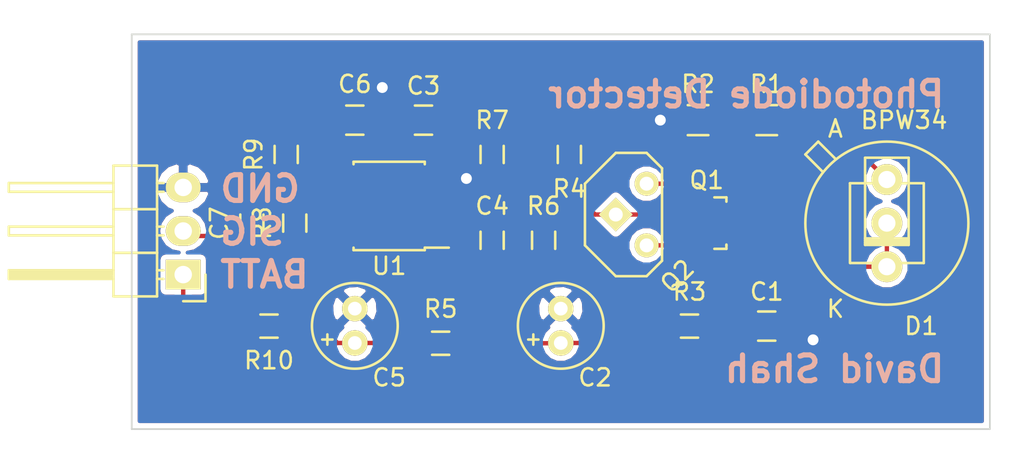
<source format=kicad_pcb>
(kicad_pcb (version 4) (host pcbnew "(2015-01-16 BZR 5376)-product")

  (general
    (links 40)
    (no_connects 0)
    (area 42.070999 42 102.000001 69.000001)
    (thickness 1.6)
    (drawings 9)
    (tracks 107)
    (zones 0)
    (modules 22)
    (nets 15)
  )

  (page A4)
  (layers
    (0 F.Cu signal)
    (31 B.Cu signal)
    (32 B.Adhes user)
    (33 F.Adhes user)
    (34 B.Paste user)
    (35 F.Paste user)
    (36 B.SilkS user)
    (37 F.SilkS user)
    (38 B.Mask user)
    (39 F.Mask user)
    (40 Dwgs.User user)
    (41 Cmts.User user)
    (42 Eco1.User user)
    (43 Eco2.User user)
    (44 Edge.Cuts user)
    (45 Margin user)
    (46 B.CrtYd user)
    (47 F.CrtYd user)
    (48 B.Fab user)
    (49 F.Fab user)
  )

  (setup
    (last_trace_width 0.254)
    (trace_clearance 0.254)
    (zone_clearance 0.3)
    (zone_45_only no)
    (trace_min 0.254)
    (segment_width 0.2)
    (edge_width 0.1)
    (via_size 0.889)
    (via_drill 0.635)
    (via_min_size 0.889)
    (via_min_drill 0.508)
    (uvia_size 0.508)
    (uvia_drill 0.127)
    (uvias_allowed no)
    (uvia_min_size 0.508)
    (uvia_min_drill 0.127)
    (pcb_text_width 0.3)
    (pcb_text_size 1.5 1.5)
    (mod_edge_width 0.15)
    (mod_text_size 1 1)
    (mod_text_width 0.15)
    (pad_size 1.8 1.8)
    (pad_drill 1)
    (pad_to_mask_clearance 0)
    (aux_axis_origin 0 0)
    (visible_elements 7FFEFFFF)
    (pcbplotparams
      (layerselection 0x010f0_80000001)
      (usegerberextensions false)
      (excludeedgelayer true)
      (linewidth 0.100000)
      (plotframeref false)
      (viasonmask false)
      (mode 1)
      (useauxorigin false)
      (hpglpennumber 1)
      (hpglpenspeed 20)
      (hpglpendiameter 15)
      (hpglpenoverlay 2)
      (psnegative false)
      (psa4output false)
      (plotreference true)
      (plotvalue false)
      (plotinvisibletext false)
      (padsonsilk false)
      (subtractmaskfromsilk false)
      (outputformat 1)
      (mirror false)
      (drillshape 0)
      (scaleselection 1)
      (outputdirectory gerber/))
  )

  (net 0 "")
  (net 1 /BIAS)
  (net 2 GND)
  (net 3 "Net-(C2-Pad1)")
  (net 4 "Net-(C3-Pad1)")
  (net 5 "Net-(C4-Pad1)")
  (net 6 "Net-(C4-Pad2)")
  (net 7 VCC)
  (net 8 "Net-(C6-Pad1)")
  (net 9 /SIG_OUT)
  (net 10 "Net-(C7-Pad2)")
  (net 11 /DIODE_OUT)
  (net 12 +BATT)
  (net 13 "Net-(Q1-Pad1)")
  (net 14 "Net-(R1-Pad1)")

  (net_class Default "This is the default net class."
    (clearance 0.254)
    (trace_width 0.254)
    (via_dia 0.889)
    (via_drill 0.635)
    (uvia_dia 0.508)
    (uvia_drill 0.127)
    (add_net +BATT)
    (add_net /BIAS)
    (add_net /DIODE_OUT)
    (add_net /SIG_OUT)
    (add_net GND)
    (add_net "Net-(C2-Pad1)")
    (add_net "Net-(C3-Pad1)")
    (add_net "Net-(C4-Pad1)")
    (add_net "Net-(C4-Pad2)")
    (add_net "Net-(C6-Pad1)")
    (add_net "Net-(C7-Pad2)")
    (add_net "Net-(Q1-Pad1)")
    (add_net "Net-(R1-Pad1)")
    (add_net VCC)
  )

  (module Capacitors_Elko_ThroughHole:Elko_vert_11x5mm_RM2 (layer F.Cu) (tedit 5514430B) (tstamp 55143364)
    (at 75 62 90)
    (descr "Electrolytic Capacitor, vertical, diameter 5mm, RM 2mm, radial,")
    (tags "Electrolytic Capacitor, vertical, diameter 5mm,  radial, RM 2mm, Elko, Electrolytkondensator, Kondensator gepolt, Durchmesser 5mm")
    (path /55142C91)
    (fp_text reference C2 (at -2 2 180) (layer F.SilkS)
      (effects (font (size 1 1) (thickness 0.15)))
    )
    (fp_text value 100u (at 1.016 5.08 90) (layer F.Fab)
      (effects (font (size 1 1) (thickness 0.15)))
    )
    (fp_line (start 0.2159 -1.89992) (end 0.2159 -1.30048) (layer F.SilkS) (width 0.15))
    (fp_line (start -0.08382 -1.6002) (end 0.51562 -1.6002) (layer F.SilkS) (width 0.15))
    (fp_line (start 0.2159 -1.6002) (end 0.2159 -1.30048) (layer F.Cu) (width 0.15))
    (fp_line (start 0.2159 -1.6002) (end 0.51562 -1.6002) (layer F.Cu) (width 0.15))
    (fp_line (start -0.08382 -1.6002) (end 0.2159 -1.6002) (layer F.Cu) (width 0.15))
    (fp_line (start 0.2159 -1.6002) (end 0.2159 -1.89992) (layer F.Cu) (width 0.15))
    (fp_circle (center 1.016 0) (end 3.51536 0) (layer F.SilkS) (width 0.15))
    (pad 1 thru_hole circle (at 0.01524 0 90) (size 1.48082 1.48082) (drill 0.8001) (layers *.Cu *.Mask F.SilkS)
      (net 3 "Net-(C2-Pad1)"))
    (pad 2 thru_hole circle (at 2.01676 0 90) (size 1.48082 1.48082) (drill 0.8001) (layers *.Cu *.Mask F.SilkS)
      (net 2 GND))
    (model Capacitors_Elko_ThroughHole.3dshapes/Elko_vert_11x5mm_RM2.wrl
      (at (xyz 0 0 0))
      (scale (xyz 1 1 1))
      (rotate (xyz 0 0 0))
    )
  )

  (module Capacitors_SMD:C_0805 (layer F.Cu) (tedit 551442E4) (tstamp 55143370)
    (at 67 49 180)
    (descr "Capacitor SMD 0805, reflow soldering, AVX (see smccp.pdf)")
    (tags "capacitor 0805")
    (path /551439FC)
    (attr smd)
    (fp_text reference C3 (at 0 2 180) (layer F.SilkS)
      (effects (font (size 1 1) (thickness 0.15)))
    )
    (fp_text value 100n (at 0 2.1 180) (layer F.Fab)
      (effects (font (size 1 1) (thickness 0.15)))
    )
    (fp_line (start -1.8 -1) (end 1.8 -1) (layer F.CrtYd) (width 0.05))
    (fp_line (start -1.8 1) (end 1.8 1) (layer F.CrtYd) (width 0.05))
    (fp_line (start -1.8 -1) (end -1.8 1) (layer F.CrtYd) (width 0.05))
    (fp_line (start 1.8 -1) (end 1.8 1) (layer F.CrtYd) (width 0.05))
    (fp_line (start 0.5 -0.85) (end -0.5 -0.85) (layer F.SilkS) (width 0.15))
    (fp_line (start -0.5 0.85) (end 0.5 0.85) (layer F.SilkS) (width 0.15))
    (pad 1 smd rect (at -1 0 180) (size 1 1.25) (layers F.Cu F.Paste F.Mask)
      (net 4 "Net-(C3-Pad1)"))
    (pad 2 smd rect (at 1 0 180) (size 1 1.25) (layers F.Cu F.Paste F.Mask)
      (net 2 GND))
    (model Capacitors_SMD.3dshapes/C_0805.wrl
      (at (xyz 0 0 0))
      (scale (xyz 1 1 1))
      (rotate (xyz 0 0 0))
    )
  )

  (module Capacitors_SMD:C_0805 (layer F.Cu) (tedit 5415D6EA) (tstamp 55143394)
    (at 63 49)
    (descr "Capacitor SMD 0805, reflow soldering, AVX (see smccp.pdf)")
    (tags "capacitor 0805")
    (path /55144511)
    (attr smd)
    (fp_text reference C6 (at 0 -2.1) (layer F.SilkS)
      (effects (font (size 1 1) (thickness 0.15)))
    )
    (fp_text value 100n (at 0 2.1) (layer F.Fab)
      (effects (font (size 1 1) (thickness 0.15)))
    )
    (fp_line (start -1.8 -1) (end 1.8 -1) (layer F.CrtYd) (width 0.05))
    (fp_line (start -1.8 1) (end 1.8 1) (layer F.CrtYd) (width 0.05))
    (fp_line (start -1.8 -1) (end -1.8 1) (layer F.CrtYd) (width 0.05))
    (fp_line (start 1.8 -1) (end 1.8 1) (layer F.CrtYd) (width 0.05))
    (fp_line (start 0.5 -0.85) (end -0.5 -0.85) (layer F.SilkS) (width 0.15))
    (fp_line (start -0.5 0.85) (end 0.5 0.85) (layer F.SilkS) (width 0.15))
    (pad 1 smd rect (at -1 0) (size 1 1.25) (layers F.Cu F.Paste F.Mask)
      (net 8 "Net-(C6-Pad1)"))
    (pad 2 smd rect (at 1 0) (size 1 1.25) (layers F.Cu F.Paste F.Mask)
      (net 2 GND))
    (model Capacitors_SMD.3dshapes/C_0805.wrl
      (at (xyz 0 0 0))
      (scale (xyz 1 1 1))
      (rotate (xyz 0 0 0))
    )
  )

  (module Housings_SOT-23_SOT-143_TSOT-6:SOT-23 (layer F.Cu) (tedit 55144301) (tstamp 551433FC)
    (at 84 55 270)
    (descr "SOT-23, Standard")
    (tags SOT-23)
    (path /55145420)
    (attr smd)
    (fp_text reference Q1 (at -2.5 0.5 360) (layer F.SilkS)
      (effects (font (size 1 1) (thickness 0.15)))
    )
    (fp_text value BF545 (at 0 3.81 270) (layer F.Fab)
      (effects (font (size 1 1) (thickness 0.15)))
    )
    (fp_line (start 1.29916 -0.65024) (end 1.2509 -0.65024) (layer F.SilkS) (width 0.15))
    (fp_line (start -1.49982 0.0508) (end -1.49982 -0.65024) (layer F.SilkS) (width 0.15))
    (fp_line (start -1.49982 -0.65024) (end -1.2509 -0.65024) (layer F.SilkS) (width 0.15))
    (fp_line (start 1.29916 -0.65024) (end 1.49982 -0.65024) (layer F.SilkS) (width 0.15))
    (fp_line (start 1.49982 -0.65024) (end 1.49982 0.0508) (layer F.SilkS) (width 0.15))
    (pad 1 smd rect (at -0.95 1.00076 270) (size 0.8001 0.8001) (layers F.Cu F.Paste F.Mask)
      (net 13 "Net-(Q1-Pad1)"))
    (pad 2 smd rect (at 0.95 1.00076 270) (size 0.8001 0.8001) (layers F.Cu F.Paste F.Mask)
      (net 3 "Net-(C2-Pad1)"))
    (pad 3 smd rect (at 0 -0.99822 270) (size 0.8001 0.8001) (layers F.Cu F.Paste F.Mask)
      (net 11 /DIODE_OUT))
    (model Housings_SOT-23_SOT-143_TSOT-6.3dshapes/SOT-23.wrl
      (at (xyz 0 0 0))
      (scale (xyz 1 1 1))
      (rotate (xyz 0 0 0))
    )
  )

  (module SOIC_Packages:SOIC-8_3.9x4.9mm_Pitch1.27mm (layer F.Cu) (tedit 54130A77) (tstamp 55143493)
    (at 65 54 180)
    (descr "8-Lead Plastic Small Outline (SN) - Narrow, 3.90 mm Body [SOIC] (see Microchip Packaging Specification 00000049BS.pdf)")
    (tags "SOIC 1.27")
    (path /5514345F)
    (attr smd)
    (fp_text reference U1 (at 0 -3.5 180) (layer F.SilkS)
      (effects (font (size 1 1) (thickness 0.15)))
    )
    (fp_text value LM358N (at 0 3.5 180) (layer F.Fab)
      (effects (font (size 1 1) (thickness 0.15)))
    )
    (fp_line (start -3.75 -2.75) (end -3.75 2.75) (layer F.CrtYd) (width 0.05))
    (fp_line (start 3.75 -2.75) (end 3.75 2.75) (layer F.CrtYd) (width 0.05))
    (fp_line (start -3.75 -2.75) (end 3.75 -2.75) (layer F.CrtYd) (width 0.05))
    (fp_line (start -3.75 2.75) (end 3.75 2.75) (layer F.CrtYd) (width 0.05))
    (fp_line (start -2.075 -2.575) (end -2.075 -2.43) (layer F.SilkS) (width 0.15))
    (fp_line (start 2.075 -2.575) (end 2.075 -2.43) (layer F.SilkS) (width 0.15))
    (fp_line (start 2.075 2.575) (end 2.075 2.43) (layer F.SilkS) (width 0.15))
    (fp_line (start -2.075 2.575) (end -2.075 2.43) (layer F.SilkS) (width 0.15))
    (fp_line (start -2.075 -2.575) (end 2.075 -2.575) (layer F.SilkS) (width 0.15))
    (fp_line (start -2.075 2.575) (end 2.075 2.575) (layer F.SilkS) (width 0.15))
    (fp_line (start -2.075 -2.43) (end -3.475 -2.43) (layer F.SilkS) (width 0.15))
    (pad 1 smd rect (at -2.7 -1.905 180) (size 1.55 0.6) (layers F.Cu F.Paste F.Mask)
      (net 5 "Net-(C4-Pad1)"))
    (pad 2 smd rect (at -2.7 -0.635 180) (size 1.55 0.6) (layers F.Cu F.Paste F.Mask)
      (net 6 "Net-(C4-Pad2)"))
    (pad 3 smd rect (at -2.7 0.635 180) (size 1.55 0.6) (layers F.Cu F.Paste F.Mask)
      (net 13 "Net-(Q1-Pad1)"))
    (pad 4 smd rect (at -2.7 1.905 180) (size 1.55 0.6) (layers F.Cu F.Paste F.Mask)
      (net 2 GND))
    (pad 5 smd rect (at 2.7 1.905 180) (size 1.55 0.6) (layers F.Cu F.Paste F.Mask)
      (net 5 "Net-(C4-Pad1)"))
    (pad 6 smd rect (at 2.7 0.635 180) (size 1.55 0.6) (layers F.Cu F.Paste F.Mask)
      (net 10 "Net-(C7-Pad2)"))
    (pad 7 smd rect (at 2.7 -0.635 180) (size 1.55 0.6) (layers F.Cu F.Paste F.Mask)
      (net 9 /SIG_OUT))
    (pad 8 smd rect (at 2.7 -1.905 180) (size 1.55 0.6) (layers F.Cu F.Paste F.Mask)
      (net 7 VCC))
    (model Housings_SOIC.3dshapes/SOIC-8_3.9x4.9mm_Pitch1.27mm.wrl
      (at (xyz 0 0 0))
      (scale (xyz 1 1 1))
      (rotate (xyz 0 0 0))
    )
  )

  (module Capacitors_SMD:C_0805 (layer F.Cu) (tedit 5524DC15) (tstamp 5514391E)
    (at 87 61)
    (descr "Capacitor SMD 0805, reflow soldering, AVX (see smccp.pdf)")
    (tags "capacitor 0805")
    (path /55142E07)
    (attr smd)
    (fp_text reference C1 (at 0 -2) (layer F.SilkS)
      (effects (font (size 1 1) (thickness 0.15)))
    )
    (fp_text value 100n (at 0 2.1) (layer F.Fab)
      (effects (font (size 1 1) (thickness 0.15)))
    )
    (fp_line (start -1.8 -1) (end 1.8 -1) (layer F.CrtYd) (width 0.05))
    (fp_line (start -1.8 1) (end 1.8 1) (layer F.CrtYd) (width 0.05))
    (fp_line (start -1.8 -1) (end -1.8 1) (layer F.CrtYd) (width 0.05))
    (fp_line (start 1.8 -1) (end 1.8 1) (layer F.CrtYd) (width 0.05))
    (fp_line (start 0.5 -0.85) (end -0.5 -0.85) (layer F.SilkS) (width 0.15))
    (fp_line (start -0.5 0.85) (end 0.5 0.85) (layer F.SilkS) (width 0.15))
    (pad 1 smd rect (at -1 0) (size 1 1.25) (layers F.Cu F.Paste F.Mask)
      (net 1 /BIAS))
    (pad 2 smd rect (at 1 0) (size 1 1.25) (layers F.Cu F.Paste F.Mask)
      (net 2 GND))
    (model Capacitors_SMD.3dshapes/C_0805.wrl
      (at (xyz 0 0 0))
      (scale (xyz 1 1 1))
      (rotate (xyz 0 0 0))
    )
  )

  (module Capacitors_Elko_ThroughHole:Elko_vert_11x5mm_RM2 (layer F.Cu) (tedit 55144337) (tstamp 55143A4B)
    (at 63 62 90)
    (descr "Electrolytic Capacitor, vertical, diameter 5mm, RM 2mm, radial,")
    (tags "Electrolytic Capacitor, vertical, diameter 5mm,  radial, RM 2mm, Elko, Electrolytkondensator, Kondensator gepolt, Durchmesser 5mm")
    (path /55142B2D)
    (fp_text reference C5 (at -2 2 180) (layer F.SilkS)
      (effects (font (size 1 1) (thickness 0.15)))
    )
    (fp_text value 100u (at 1.016 5.08 90) (layer F.Fab)
      (effects (font (size 1 1) (thickness 0.15)))
    )
    (fp_line (start 0.2159 -1.89992) (end 0.2159 -1.30048) (layer F.SilkS) (width 0.15))
    (fp_line (start -0.08382 -1.6002) (end 0.51562 -1.6002) (layer F.SilkS) (width 0.15))
    (fp_line (start 0.2159 -1.6002) (end 0.2159 -1.30048) (layer F.Cu) (width 0.15))
    (fp_line (start 0.2159 -1.6002) (end 0.51562 -1.6002) (layer F.Cu) (width 0.15))
    (fp_line (start -0.08382 -1.6002) (end 0.2159 -1.6002) (layer F.Cu) (width 0.15))
    (fp_line (start 0.2159 -1.6002) (end 0.2159 -1.89992) (layer F.Cu) (width 0.15))
    (fp_circle (center 1.016 0) (end 3.51536 0) (layer F.SilkS) (width 0.15))
    (pad 1 thru_hole circle (at 0.01524 0 90) (size 1.48082 1.48082) (drill 0.8001) (layers *.Cu *.Mask F.SilkS)
      (net 7 VCC))
    (pad 2 thru_hole circle (at 2.01676 0 90) (size 1.48082 1.48082) (drill 0.8001) (layers *.Cu *.Mask F.SilkS)
      (net 2 GND))
    (model Capacitors_Elko_ThroughHole.3dshapes/Elko_vert_11x5mm_RM2.wrl
      (at (xyz 0 0 0))
      (scale (xyz 1 1 1))
      (rotate (xyz 0 0 0))
    )
  )

  (module Resistors_SMD:R_0805 (layer F.Cu) (tedit 5415CDEB) (tstamp 55143935)
    (at 87 49)
    (descr "Resistor SMD 0805, reflow soldering, Vishay (see dcrcw.pdf)")
    (tags "resistor 0805")
    (path /55143095)
    (attr smd)
    (fp_text reference R1 (at 0 -2.1) (layer F.SilkS)
      (effects (font (size 1 1) (thickness 0.15)))
    )
    (fp_text value 10M (at 0 2.1) (layer F.Fab)
      (effects (font (size 1 1) (thickness 0.15)))
    )
    (fp_line (start -1.6 -1) (end 1.6 -1) (layer F.CrtYd) (width 0.05))
    (fp_line (start -1.6 1) (end 1.6 1) (layer F.CrtYd) (width 0.05))
    (fp_line (start -1.6 -1) (end -1.6 1) (layer F.CrtYd) (width 0.05))
    (fp_line (start 1.6 -1) (end 1.6 1) (layer F.CrtYd) (width 0.05))
    (fp_line (start 0.6 0.875) (end -0.6 0.875) (layer F.SilkS) (width 0.15))
    (fp_line (start -0.6 -0.875) (end 0.6 -0.875) (layer F.SilkS) (width 0.15))
    (pad 1 smd rect (at -0.95 0) (size 0.7 1.3) (layers F.Cu F.Paste F.Mask)
      (net 14 "Net-(R1-Pad1)"))
    (pad 2 smd rect (at 0.95 0) (size 0.7 1.3) (layers F.Cu F.Paste F.Mask)
      (net 11 /DIODE_OUT))
    (model Resistors_SMD.3dshapes/R_0805.wrl
      (at (xyz 0 0 0))
      (scale (xyz 1 1 1))
      (rotate (xyz 0 0 0))
    )
  )

  (module Resistors_SMD:R_0805 (layer F.Cu) (tedit 5415CDEB) (tstamp 55143940)
    (at 83 49)
    (descr "Resistor SMD 0805, reflow soldering, Vishay (see dcrcw.pdf)")
    (tags "resistor 0805")
    (path /5514312B)
    (attr smd)
    (fp_text reference R2 (at 0 -2.1) (layer F.SilkS)
      (effects (font (size 1 1) (thickness 0.15)))
    )
    (fp_text value 10M (at 0 2.1) (layer F.Fab)
      (effects (font (size 1 1) (thickness 0.15)))
    )
    (fp_line (start -1.6 -1) (end 1.6 -1) (layer F.CrtYd) (width 0.05))
    (fp_line (start -1.6 1) (end 1.6 1) (layer F.CrtYd) (width 0.05))
    (fp_line (start -1.6 -1) (end -1.6 1) (layer F.CrtYd) (width 0.05))
    (fp_line (start 1.6 -1) (end 1.6 1) (layer F.CrtYd) (width 0.05))
    (fp_line (start 0.6 0.875) (end -0.6 0.875) (layer F.SilkS) (width 0.15))
    (fp_line (start -0.6 -0.875) (end 0.6 -0.875) (layer F.SilkS) (width 0.15))
    (pad 1 smd rect (at -0.95 0) (size 0.7 1.3) (layers F.Cu F.Paste F.Mask)
      (net 2 GND))
    (pad 2 smd rect (at 0.95 0) (size 0.7 1.3) (layers F.Cu F.Paste F.Mask)
      (net 14 "Net-(R1-Pad1)"))
    (model Resistors_SMD.3dshapes/R_0805.wrl
      (at (xyz 0 0 0))
      (scale (xyz 1 1 1))
      (rotate (xyz 0 0 0))
    )
  )

  (module "Custom Parts:PHOTODIODE_MULTI" (layer F.Cu) (tedit 551442C9) (tstamp 5514443B)
    (at 94 55)
    (path /55142E89)
    (fp_text reference D1 (at 2 6) (layer F.SilkS)
      (effects (font (size 1 1) (thickness 0.15)))
    )
    (fp_text value BPW34 (at 1 -6) (layer F.SilkS)
      (effects (font (size 1 1) (thickness 0.15)))
    )
    (fp_line (start -1.27 1.016) (end 1.27 1.016) (layer F.SilkS) (width 0.15))
    (fp_line (start 1.27 1.016) (end 1.27 1.143) (layer F.SilkS) (width 0.15))
    (fp_line (start 1.27 1.143) (end -1.27 1.143) (layer F.SilkS) (width 0.15))
    (fp_line (start -1.27 0.889) (end 1.27 0.889) (layer F.SilkS) (width 0.15))
    (fp_line (start 1.27 1.27) (end -1.27 1.27) (layer F.SilkS) (width 0.15))
    (fp_line (start -1.27 1.27) (end -1.27 -3.81) (layer F.SilkS) (width 0.15))
    (fp_line (start -1.27 -3.81) (end 1.27 -3.81) (layer F.SilkS) (width 0.15))
    (fp_line (start 1.27 -3.81) (end 1.27 1.27) (layer F.SilkS) (width 0.15))
    (fp_text user A (at -3 -5.5) (layer F.SilkS)
      (effects (font (size 1 1) (thickness 0.15)))
    )
    (fp_text user K (at -3 5) (layer F.SilkS)
      (effects (font (size 1 1) (thickness 0.15)))
    )
    (fp_line (start -3 -3.75) (end -4 -4.75) (layer F.SilkS) (width 0.15))
    (fp_line (start -4 -4.75) (end -4.75 -4) (layer F.SilkS) (width 0.15))
    (fp_line (start -4.75 -4) (end -3.75 -3) (layer F.SilkS) (width 0.15))
    (fp_circle (center 0 0) (end 4.75 0) (layer F.SilkS) (width 0.15))
    (fp_line (start -2.15 -2.325) (end -2.15 2.325) (layer F.SilkS) (width 0.15))
    (fp_line (start -2.15 -2.325) (end 2.15 -2.325) (layer F.SilkS) (width 0.15))
    (fp_line (start 2.15 -2.325) (end 2.15 2.325) (layer F.SilkS) (width 0.15))
    (fp_line (start 2.15 2.325) (end -2.125 2.325) (layer F.SilkS) (width 0.15))
    (pad 1 thru_hole circle (at 0 -2.54) (size 1.8 1.8) (drill 1) (layers *.Cu *.Mask F.SilkS)
      (net 11 /DIODE_OUT))
    (pad 2 thru_hole circle (at 0 2.54) (size 1.8 1.8) (drill 1) (layers *.Cu *.Mask F.SilkS)
      (net 1 /BIAS))
    (pad 2 thru_hole circle (at 0 0) (size 1.8 1.8) (drill 1) (layers *.Cu *.Mask F.SilkS)
      (net 1 /BIAS))
  )

  (module Resistors_SMD:R_0603 (layer F.Cu) (tedit 5524DBFD) (tstamp 5524DC06)
    (at 71 56 90)
    (descr "Resistor SMD 0603, reflow soldering, Vishay (see dcrcw.pdf)")
    (tags "resistor 0603")
    (path /55143849)
    (attr smd)
    (fp_text reference C4 (at 2 0 180) (layer F.SilkS)
      (effects (font (size 1 1) (thickness 0.15)))
    )
    (fp_text value 47p (at 0 1.9 90) (layer F.Fab)
      (effects (font (size 1 1) (thickness 0.15)))
    )
    (fp_line (start -1.3 -0.8) (end 1.3 -0.8) (layer F.CrtYd) (width 0.05))
    (fp_line (start -1.3 0.8) (end 1.3 0.8) (layer F.CrtYd) (width 0.05))
    (fp_line (start -1.3 -0.8) (end -1.3 0.8) (layer F.CrtYd) (width 0.05))
    (fp_line (start 1.3 -0.8) (end 1.3 0.8) (layer F.CrtYd) (width 0.05))
    (fp_line (start 0.5 0.675) (end -0.5 0.675) (layer F.SilkS) (width 0.15))
    (fp_line (start -0.5 -0.675) (end 0.5 -0.675) (layer F.SilkS) (width 0.15))
    (pad 1 smd rect (at -0.75 0 90) (size 0.5 0.9) (layers F.Cu F.Paste F.Mask)
      (net 5 "Net-(C4-Pad1)"))
    (pad 2 smd rect (at 0.75 0 90) (size 0.5 0.9) (layers F.Cu F.Paste F.Mask)
      (net 6 "Net-(C4-Pad2)"))
    (model Resistors_SMD.3dshapes/R_0603.wrl
      (at (xyz 0 0 0))
      (scale (xyz 1 1 1))
      (rotate (xyz 0 0 0))
    )
  )

  (module Resistors_SMD:R_0603 (layer F.Cu) (tedit 5415CC62) (tstamp 5524DC11)
    (at 57 55 90)
    (descr "Resistor SMD 0603, reflow soldering, Vishay (see dcrcw.pdf)")
    (tags "resistor 0603")
    (path /551443FD)
    (attr smd)
    (fp_text reference C7 (at 0 -1.9 90) (layer F.SilkS)
      (effects (font (size 1 1) (thickness 0.15)))
    )
    (fp_text value 47p (at 0 1.9 90) (layer F.Fab)
      (effects (font (size 1 1) (thickness 0.15)))
    )
    (fp_line (start -1.3 -0.8) (end 1.3 -0.8) (layer F.CrtYd) (width 0.05))
    (fp_line (start -1.3 0.8) (end 1.3 0.8) (layer F.CrtYd) (width 0.05))
    (fp_line (start -1.3 -0.8) (end -1.3 0.8) (layer F.CrtYd) (width 0.05))
    (fp_line (start 1.3 -0.8) (end 1.3 0.8) (layer F.CrtYd) (width 0.05))
    (fp_line (start 0.5 0.675) (end -0.5 0.675) (layer F.SilkS) (width 0.15))
    (fp_line (start -0.5 -0.675) (end 0.5 -0.675) (layer F.SilkS) (width 0.15))
    (pad 1 smd rect (at -0.75 0 90) (size 0.5 0.9) (layers F.Cu F.Paste F.Mask)
      (net 9 /SIG_OUT))
    (pad 2 smd rect (at 0.75 0 90) (size 0.5 0.9) (layers F.Cu F.Paste F.Mask)
      (net 10 "Net-(C7-Pad2)"))
    (model Resistors_SMD.3dshapes/R_0603.wrl
      (at (xyz 0 0 0))
      (scale (xyz 1 1 1))
      (rotate (xyz 0 0 0))
    )
  )

  (module Resistors_SMD:R_0603 (layer F.Cu) (tedit 5524DC16) (tstamp 5524DC1C)
    (at 82.5 61)
    (descr "Resistor SMD 0603, reflow soldering, Vishay (see dcrcw.pdf)")
    (tags "resistor 0603")
    (path /55142D4F)
    (attr smd)
    (fp_text reference R3 (at 0 -2) (layer F.SilkS)
      (effects (font (size 1 1) (thickness 0.15)))
    )
    (fp_text value 1M (at 0 1.9) (layer F.Fab)
      (effects (font (size 1 1) (thickness 0.15)))
    )
    (fp_line (start -1.3 -0.8) (end 1.3 -0.8) (layer F.CrtYd) (width 0.05))
    (fp_line (start -1.3 0.8) (end 1.3 0.8) (layer F.CrtYd) (width 0.05))
    (fp_line (start -1.3 -0.8) (end -1.3 0.8) (layer F.CrtYd) (width 0.05))
    (fp_line (start 1.3 -0.8) (end 1.3 0.8) (layer F.CrtYd) (width 0.05))
    (fp_line (start 0.5 0.675) (end -0.5 0.675) (layer F.SilkS) (width 0.15))
    (fp_line (start -0.5 -0.675) (end 0.5 -0.675) (layer F.SilkS) (width 0.15))
    (pad 1 smd rect (at -0.75 0) (size 0.5 0.9) (layers F.Cu F.Paste F.Mask)
      (net 3 "Net-(C2-Pad1)"))
    (pad 2 smd rect (at 0.75 0) (size 0.5 0.9) (layers F.Cu F.Paste F.Mask)
      (net 1 /BIAS))
    (model Resistors_SMD.3dshapes/R_0603.wrl
      (at (xyz 0 0 0))
      (scale (xyz 1 1 1))
      (rotate (xyz 0 0 0))
    )
  )

  (module Resistors_SMD:R_0603 (layer F.Cu) (tedit 5524DC03) (tstamp 5524DC27)
    (at 75.5 51 270)
    (descr "Resistor SMD 0603, reflow soldering, Vishay (see dcrcw.pdf)")
    (tags "resistor 0603")
    (path /55143271)
    (attr smd)
    (fp_text reference R4 (at 2 0 360) (layer F.SilkS)
      (effects (font (size 1 1) (thickness 0.15)))
    )
    (fp_text value 4k7 (at 0 1.9 270) (layer F.Fab)
      (effects (font (size 1 1) (thickness 0.15)))
    )
    (fp_line (start -1.3 -0.8) (end 1.3 -0.8) (layer F.CrtYd) (width 0.05))
    (fp_line (start -1.3 0.8) (end 1.3 0.8) (layer F.CrtYd) (width 0.05))
    (fp_line (start -1.3 -0.8) (end -1.3 0.8) (layer F.CrtYd) (width 0.05))
    (fp_line (start 1.3 -0.8) (end 1.3 0.8) (layer F.CrtYd) (width 0.05))
    (fp_line (start 0.5 0.675) (end -0.5 0.675) (layer F.SilkS) (width 0.15))
    (fp_line (start -0.5 -0.675) (end 0.5 -0.675) (layer F.SilkS) (width 0.15))
    (pad 1 smd rect (at -0.75 0 270) (size 0.5 0.9) (layers F.Cu F.Paste F.Mask)
      (net 2 GND))
    (pad 2 smd rect (at 0.75 0 270) (size 0.5 0.9) (layers F.Cu F.Paste F.Mask)
      (net 13 "Net-(Q1-Pad1)"))
    (model Resistors_SMD.3dshapes/R_0603.wrl
      (at (xyz 0 0 0))
      (scale (xyz 1 1 1))
      (rotate (xyz 0 0 0))
    )
  )

  (module Resistors_SMD:R_0603 (layer F.Cu) (tedit 5524DBE3) (tstamp 5524DC32)
    (at 68 62)
    (descr "Resistor SMD 0603, reflow soldering, Vishay (see dcrcw.pdf)")
    (tags "resistor 0603")
    (path /55142BFB)
    (attr smd)
    (fp_text reference R5 (at 0 -2) (layer F.SilkS)
      (effects (font (size 1 1) (thickness 0.15)))
    )
    (fp_text value 1k (at 0 1.9) (layer F.Fab)
      (effects (font (size 1 1) (thickness 0.15)))
    )
    (fp_line (start -1.3 -0.8) (end 1.3 -0.8) (layer F.CrtYd) (width 0.05))
    (fp_line (start -1.3 0.8) (end 1.3 0.8) (layer F.CrtYd) (width 0.05))
    (fp_line (start -1.3 -0.8) (end -1.3 0.8) (layer F.CrtYd) (width 0.05))
    (fp_line (start 1.3 -0.8) (end 1.3 0.8) (layer F.CrtYd) (width 0.05))
    (fp_line (start 0.5 0.675) (end -0.5 0.675) (layer F.SilkS) (width 0.15))
    (fp_line (start -0.5 -0.675) (end 0.5 -0.675) (layer F.SilkS) (width 0.15))
    (pad 1 smd rect (at -0.75 0) (size 0.5 0.9) (layers F.Cu F.Paste F.Mask)
      (net 7 VCC))
    (pad 2 smd rect (at 0.75 0) (size 0.5 0.9) (layers F.Cu F.Paste F.Mask)
      (net 3 "Net-(C2-Pad1)"))
    (model Resistors_SMD.3dshapes/R_0603.wrl
      (at (xyz 0 0 0))
      (scale (xyz 1 1 1))
      (rotate (xyz 0 0 0))
    )
  )

  (module Resistors_SMD:R_0603 (layer F.Cu) (tedit 5524DBF5) (tstamp 5524DC3D)
    (at 74 56 90)
    (descr "Resistor SMD 0603, reflow soldering, Vishay (see dcrcw.pdf)")
    (tags "resistor 0603")
    (path /551436DE)
    (attr smd)
    (fp_text reference R6 (at 2 0 180) (layer F.SilkS)
      (effects (font (size 1 1) (thickness 0.15)))
    )
    (fp_text value 330k (at 0 1.9 90) (layer F.Fab)
      (effects (font (size 1 1) (thickness 0.15)))
    )
    (fp_line (start -1.3 -0.8) (end 1.3 -0.8) (layer F.CrtYd) (width 0.05))
    (fp_line (start -1.3 0.8) (end 1.3 0.8) (layer F.CrtYd) (width 0.05))
    (fp_line (start -1.3 -0.8) (end -1.3 0.8) (layer F.CrtYd) (width 0.05))
    (fp_line (start 1.3 -0.8) (end 1.3 0.8) (layer F.CrtYd) (width 0.05))
    (fp_line (start 0.5 0.675) (end -0.5 0.675) (layer F.SilkS) (width 0.15))
    (fp_line (start -0.5 -0.675) (end 0.5 -0.675) (layer F.SilkS) (width 0.15))
    (pad 1 smd rect (at -0.75 0 90) (size 0.5 0.9) (layers F.Cu F.Paste F.Mask)
      (net 5 "Net-(C4-Pad1)"))
    (pad 2 smd rect (at 0.75 0 90) (size 0.5 0.9) (layers F.Cu F.Paste F.Mask)
      (net 6 "Net-(C4-Pad2)"))
    (model Resistors_SMD.3dshapes/R_0603.wrl
      (at (xyz 0 0 0))
      (scale (xyz 1 1 1))
      (rotate (xyz 0 0 0))
    )
  )

  (module Resistors_SMD:R_0603 (layer F.Cu) (tedit 5524DBF9) (tstamp 5524DCCB)
    (at 71 51 90)
    (descr "Resistor SMD 0603, reflow soldering, Vishay (see dcrcw.pdf)")
    (tags "resistor 0603")
    (path /55143969)
    (attr smd)
    (fp_text reference R7 (at 2 0 180) (layer F.SilkS)
      (effects (font (size 1 1) (thickness 0.15)))
    )
    (fp_text value 10k (at 0 1.9 90) (layer F.Fab)
      (effects (font (size 1 1) (thickness 0.15)))
    )
    (fp_line (start -1.3 -0.8) (end 1.3 -0.8) (layer F.CrtYd) (width 0.05))
    (fp_line (start -1.3 0.8) (end 1.3 0.8) (layer F.CrtYd) (width 0.05))
    (fp_line (start -1.3 -0.8) (end -1.3 0.8) (layer F.CrtYd) (width 0.05))
    (fp_line (start 1.3 -0.8) (end 1.3 0.8) (layer F.CrtYd) (width 0.05))
    (fp_line (start 0.5 0.675) (end -0.5 0.675) (layer F.SilkS) (width 0.15))
    (fp_line (start -0.5 -0.675) (end 0.5 -0.675) (layer F.SilkS) (width 0.15))
    (pad 1 smd rect (at -0.75 0 90) (size 0.5 0.9) (layers F.Cu F.Paste F.Mask)
      (net 6 "Net-(C4-Pad2)"))
    (pad 2 smd rect (at 0.75 0 90) (size 0.5 0.9) (layers F.Cu F.Paste F.Mask)
      (net 4 "Net-(C3-Pad1)"))
    (model Resistors_SMD.3dshapes/R_0603.wrl
      (at (xyz 0 0 0))
      (scale (xyz 1 1 1))
      (rotate (xyz 0 0 0))
    )
  )

  (module Resistors_SMD:R_0603 (layer F.Cu) (tedit 5415CC62) (tstamp 5524DC53)
    (at 59.5 55 90)
    (descr "Resistor SMD 0603, reflow soldering, Vishay (see dcrcw.pdf)")
    (tags "resistor 0603")
    (path /55144184)
    (attr smd)
    (fp_text reference R8 (at 0 -1.9 90) (layer F.SilkS)
      (effects (font (size 1 1) (thickness 0.15)))
    )
    (fp_text value 330k (at 0 1.9 90) (layer F.Fab)
      (effects (font (size 1 1) (thickness 0.15)))
    )
    (fp_line (start -1.3 -0.8) (end 1.3 -0.8) (layer F.CrtYd) (width 0.05))
    (fp_line (start -1.3 0.8) (end 1.3 0.8) (layer F.CrtYd) (width 0.05))
    (fp_line (start -1.3 -0.8) (end -1.3 0.8) (layer F.CrtYd) (width 0.05))
    (fp_line (start 1.3 -0.8) (end 1.3 0.8) (layer F.CrtYd) (width 0.05))
    (fp_line (start 0.5 0.675) (end -0.5 0.675) (layer F.SilkS) (width 0.15))
    (fp_line (start -0.5 -0.675) (end 0.5 -0.675) (layer F.SilkS) (width 0.15))
    (pad 1 smd rect (at -0.75 0 90) (size 0.5 0.9) (layers F.Cu F.Paste F.Mask)
      (net 9 /SIG_OUT))
    (pad 2 smd rect (at 0.75 0 90) (size 0.5 0.9) (layers F.Cu F.Paste F.Mask)
      (net 10 "Net-(C7-Pad2)"))
    (model Resistors_SMD.3dshapes/R_0603.wrl
      (at (xyz 0 0 0))
      (scale (xyz 1 1 1))
      (rotate (xyz 0 0 0))
    )
  )

  (module Resistors_SMD:R_0603 (layer F.Cu) (tedit 5415CC62) (tstamp 5524DC5E)
    (at 59 51 90)
    (descr "Resistor SMD 0603, reflow soldering, Vishay (see dcrcw.pdf)")
    (tags "resistor 0603")
    (path /55144342)
    (attr smd)
    (fp_text reference R9 (at 0 -1.9 90) (layer F.SilkS)
      (effects (font (size 1 1) (thickness 0.15)))
    )
    (fp_text value 10k (at 0 1.9 90) (layer F.Fab)
      (effects (font (size 1 1) (thickness 0.15)))
    )
    (fp_line (start -1.3 -0.8) (end 1.3 -0.8) (layer F.CrtYd) (width 0.05))
    (fp_line (start -1.3 0.8) (end 1.3 0.8) (layer F.CrtYd) (width 0.05))
    (fp_line (start -1.3 -0.8) (end -1.3 0.8) (layer F.CrtYd) (width 0.05))
    (fp_line (start 1.3 -0.8) (end 1.3 0.8) (layer F.CrtYd) (width 0.05))
    (fp_line (start 0.5 0.675) (end -0.5 0.675) (layer F.SilkS) (width 0.15))
    (fp_line (start -0.5 -0.675) (end 0.5 -0.675) (layer F.SilkS) (width 0.15))
    (pad 1 smd rect (at -0.75 0 90) (size 0.5 0.9) (layers F.Cu F.Paste F.Mask)
      (net 10 "Net-(C7-Pad2)"))
    (pad 2 smd rect (at 0.75 0 90) (size 0.5 0.9) (layers F.Cu F.Paste F.Mask)
      (net 8 "Net-(C6-Pad1)"))
    (model Resistors_SMD.3dshapes/R_0603.wrl
      (at (xyz 0 0 0))
      (scale (xyz 1 1 1))
      (rotate (xyz 0 0 0))
    )
  )

  (module Resistors_SMD:R_0603 (layer F.Cu) (tedit 5524DBEC) (tstamp 5524DC69)
    (at 58 61)
    (descr "Resistor SMD 0603, reflow soldering, Vishay (see dcrcw.pdf)")
    (tags "resistor 0603")
    (path /55142AE9)
    (attr smd)
    (fp_text reference R10 (at 0 2) (layer F.SilkS)
      (effects (font (size 1 1) (thickness 0.15)))
    )
    (fp_text value 100 (at 0 1.9) (layer F.Fab)
      (effects (font (size 1 1) (thickness 0.15)))
    )
    (fp_line (start -1.3 -0.8) (end 1.3 -0.8) (layer F.CrtYd) (width 0.05))
    (fp_line (start -1.3 0.8) (end 1.3 0.8) (layer F.CrtYd) (width 0.05))
    (fp_line (start -1.3 -0.8) (end -1.3 0.8) (layer F.CrtYd) (width 0.05))
    (fp_line (start 1.3 -0.8) (end 1.3 0.8) (layer F.CrtYd) (width 0.05))
    (fp_line (start 0.5 0.675) (end -0.5 0.675) (layer F.SilkS) (width 0.15))
    (fp_line (start -0.5 -0.675) (end 0.5 -0.675) (layer F.SilkS) (width 0.15))
    (pad 1 smd rect (at -0.75 0) (size 0.5 0.9) (layers F.Cu F.Paste F.Mask)
      (net 12 +BATT))
    (pad 2 smd rect (at 0.75 0) (size 0.5 0.9) (layers F.Cu F.Paste F.Mask)
      (net 7 VCC))
    (model Resistors_SMD.3dshapes/R_0603.wrl
      (at (xyz 0 0 0))
      (scale (xyz 1 1 1))
      (rotate (xyz 0 0 0))
    )
  )

  (module Discret:TO92GSD (layer F.Cu) (tedit 5524DD49) (tstamp 5524DE35)
    (at 80 54.5 45)
    (descr "Transistor TO92 brochage type BC237")
    (tags "TR TO92")
    (path /5524E5FB)
    (fp_text reference Q2 (at -1.27 3.81 45) (layer F.SilkS)
      (effects (font (size 1 1) (thickness 0.15)))
    )
    (fp_text value FET_N (at -1.27 -5.08 45) (layer F.Fab)
      (effects (font (size 1 1) (thickness 0.15)))
    )
    (fp_line (start -1.27 2.54) (end 2.54 -1.27) (layer F.SilkS) (width 0.15))
    (fp_line (start 2.54 -1.27) (end 2.54 -2.54) (layer F.SilkS) (width 0.15))
    (fp_line (start 2.54 -2.54) (end 1.27 -3.81) (layer F.SilkS) (width 0.15))
    (fp_line (start 1.27 -3.81) (end -1.27 -3.81) (layer F.SilkS) (width 0.15))
    (fp_line (start -1.27 -3.81) (end -3.81 -1.27) (layer F.SilkS) (width 0.15))
    (fp_line (start -3.81 -1.27) (end -3.81 1.27) (layer F.SilkS) (width 0.15))
    (fp_line (start -3.81 1.27) (end -2.54 2.54) (layer F.SilkS) (width 0.15))
    (fp_line (start -2.54 2.54) (end -1.27 2.54) (layer F.SilkS) (width 0.15))
    (pad G thru_hole circle (at 1.27 -1.27 45) (size 1.397 1.397) (drill 0.8128) (layers *.Cu *.Mask F.SilkS)
      (net 11 /DIODE_OUT))
    (pad S thru_hole rect (at -1.27 -1.27 45) (size 1.397 1.397) (drill 0.8128) (layers *.Cu *.Mask F.SilkS)
      (net 13 "Net-(Q1-Pad1)"))
    (pad D thru_hole circle (at -1.27 1.27 45) (size 1.397 1.397) (drill 0.8128) (layers *.Cu *.Mask F.SilkS)
      (net 3 "Net-(C2-Pad1)"))
    (model Discret.3dshapes/TO92GSD.wrl
      (at (xyz 0 0 0))
      (scale (xyz 1 1 1))
      (rotate (xyz 0 0 0))
    )
  )

  (module Pin_Headers:Pin_Header_Angled_1x03 (layer F.Cu) (tedit 552B7595) (tstamp 552B7657)
    (at 53 58 180)
    (descr "Through hole pin header")
    (tags "pin header")
    (path /552B76E5)
    (fp_text reference P1 (at 0 -5.1 180) (layer F.SilkS) hide
      (effects (font (size 1 1) (thickness 0.15)))
    )
    (fp_text value CONN_01X03 (at 0 -3.1 180) (layer F.Fab)
      (effects (font (size 1 1) (thickness 0.15)))
    )
    (fp_line (start -1.5 -1.75) (end -1.5 6.85) (layer F.CrtYd) (width 0.05))
    (fp_line (start 10.65 -1.75) (end 10.65 6.85) (layer F.CrtYd) (width 0.05))
    (fp_line (start -1.5 -1.75) (end 10.65 -1.75) (layer F.CrtYd) (width 0.05))
    (fp_line (start -1.5 6.85) (end 10.65 6.85) (layer F.CrtYd) (width 0.05))
    (fp_line (start -1.3 -1.55) (end -1.3 0) (layer F.SilkS) (width 0.15))
    (fp_line (start 0 -1.55) (end -1.3 -1.55) (layer F.SilkS) (width 0.15))
    (fp_line (start 4.191 -0.127) (end 10.033 -0.127) (layer F.SilkS) (width 0.15))
    (fp_line (start 10.033 -0.127) (end 10.033 0.127) (layer F.SilkS) (width 0.15))
    (fp_line (start 10.033 0.127) (end 4.191 0.127) (layer F.SilkS) (width 0.15))
    (fp_line (start 4.191 0.127) (end 4.191 0) (layer F.SilkS) (width 0.15))
    (fp_line (start 4.191 0) (end 10.033 0) (layer F.SilkS) (width 0.15))
    (fp_line (start 1.524 -0.254) (end 1.143 -0.254) (layer F.SilkS) (width 0.15))
    (fp_line (start 1.524 0.254) (end 1.143 0.254) (layer F.SilkS) (width 0.15))
    (fp_line (start 1.524 2.286) (end 1.143 2.286) (layer F.SilkS) (width 0.15))
    (fp_line (start 1.524 2.794) (end 1.143 2.794) (layer F.SilkS) (width 0.15))
    (fp_line (start 1.524 4.826) (end 1.143 4.826) (layer F.SilkS) (width 0.15))
    (fp_line (start 1.524 5.334) (end 1.143 5.334) (layer F.SilkS) (width 0.15))
    (fp_line (start 4.064 1.27) (end 4.064 -1.27) (layer F.SilkS) (width 0.15))
    (fp_line (start 10.16 0.254) (end 4.064 0.254) (layer F.SilkS) (width 0.15))
    (fp_line (start 10.16 -0.254) (end 10.16 0.254) (layer F.SilkS) (width 0.15))
    (fp_line (start 4.064 -0.254) (end 10.16 -0.254) (layer F.SilkS) (width 0.15))
    (fp_line (start 1.524 1.27) (end 4.064 1.27) (layer F.SilkS) (width 0.15))
    (fp_line (start 1.524 -1.27) (end 1.524 1.27) (layer F.SilkS) (width 0.15))
    (fp_line (start 1.524 -1.27) (end 4.064 -1.27) (layer F.SilkS) (width 0.15))
    (fp_line (start 1.524 3.81) (end 4.064 3.81) (layer F.SilkS) (width 0.15))
    (fp_line (start 1.524 3.81) (end 1.524 6.35) (layer F.SilkS) (width 0.15))
    (fp_line (start 4.064 4.826) (end 10.16 4.826) (layer F.SilkS) (width 0.15))
    (fp_line (start 10.16 4.826) (end 10.16 5.334) (layer F.SilkS) (width 0.15))
    (fp_line (start 10.16 5.334) (end 4.064 5.334) (layer F.SilkS) (width 0.15))
    (fp_line (start 4.064 6.35) (end 4.064 3.81) (layer F.SilkS) (width 0.15))
    (fp_line (start 4.064 3.81) (end 4.064 1.27) (layer F.SilkS) (width 0.15))
    (fp_line (start 10.16 2.794) (end 4.064 2.794) (layer F.SilkS) (width 0.15))
    (fp_line (start 10.16 2.286) (end 10.16 2.794) (layer F.SilkS) (width 0.15))
    (fp_line (start 4.064 2.286) (end 10.16 2.286) (layer F.SilkS) (width 0.15))
    (fp_line (start 1.524 3.81) (end 4.064 3.81) (layer F.SilkS) (width 0.15))
    (fp_line (start 1.524 1.27) (end 1.524 3.81) (layer F.SilkS) (width 0.15))
    (fp_line (start 1.524 1.27) (end 4.064 1.27) (layer F.SilkS) (width 0.15))
    (fp_line (start 1.524 6.35) (end 4.064 6.35) (layer F.SilkS) (width 0.15))
    (pad 1 thru_hole rect (at 0 0 180) (size 2.032 1.7272) (drill 1.016) (layers *.Cu *.Mask F.SilkS)
      (net 12 +BATT))
    (pad 2 thru_hole oval (at 0 2.54 180) (size 2.032 1.7272) (drill 1.016) (layers *.Cu *.Mask F.SilkS)
      (net 9 /SIG_OUT))
    (pad 3 thru_hole oval (at 0 5.08 180) (size 2.032 1.7272) (drill 1.016) (layers *.Cu *.Mask F.SilkS)
      (net 2 GND))
    (model Pin_Headers.3dshapes/Pin_Header_Angled_1x03.wrl
      (at (xyz 0 -0.1 0))
      (scale (xyz 1 1 1))
      (rotate (xyz 0 0 90))
    )
  )

  (gr_text "David Shah" (at 97.5 63.5) (layer B.SilkS)
    (effects (font (size 1.5 1.5) (thickness 0.3)) (justify left mirror))
  )
  (gr_text "Photodiode Detector" (at 97.5 47.5) (layer B.SilkS)
    (effects (font (size 1.5 1.5) (thickness 0.3)) (justify left mirror))
  )
  (gr_text BATT (at 55 58) (layer B.SilkS)
    (effects (font (size 1.5 1.5) (thickness 0.3)) (justify right mirror))
  )
  (gr_text SIG (at 55 55.5) (layer B.SilkS)
    (effects (font (size 1.5 1.5) (thickness 0.3)) (justify right mirror))
  )
  (gr_text GND (at 55 53) (layer B.SilkS)
    (effects (font (size 1.5 1.5) (thickness 0.3)) (justify right mirror))
  )
  (gr_line (start 100 44) (end 50 44) (angle 90) (layer Edge.Cuts) (width 0.1))
  (gr_line (start 100 67) (end 100 44) (angle 90) (layer Edge.Cuts) (width 0.1))
  (gr_line (start 50 67) (end 100 67) (angle 90) (layer Edge.Cuts) (width 0.1))
  (gr_line (start 50 44) (end 50 67) (angle 90) (layer Edge.Cuts) (width 0.1))

  (segment (start 86 61) (end 83.25 61) (width 0.254) (layer F.Cu) (net 1))
  (segment (start 86 58.5) (end 86.96 57.54) (width 0.254) (layer F.Cu) (net 1) (tstamp 55143DB9))
  (segment (start 86.96 57.54) (end 94 57.54) (width 0.254) (layer F.Cu) (net 1) (tstamp 55143DBA))
  (segment (start 86 61) (end 86 58.5) (width 0.254) (layer F.Cu) (net 1))
  (segment (start 94 57.54) (end 94 55) (width 0.254) (layer F.Cu) (net 1))
  (segment (start 53 52.92) (end 53 49) (width 0.254) (layer F.Cu) (net 2))
  (segment (start 54.9 47.1) (end 64.6 47.1) (width 0.254) (layer F.Cu) (net 2) (tstamp 552B76CF))
  (segment (start 53 49) (end 54.9 47.1) (width 0.254) (layer F.Cu) (net 2) (tstamp 552B76CE))
  (segment (start 69.5 52.4) (end 69.5 52.2) (width 0.254) (layer B.Cu) (net 2) (tstamp 55144230))
  (segment (start 67.7 52.095) (end 69.195 52.095) (width 0.254) (layer F.Cu) (net 2))
  (segment (start 69.195 52.095) (end 69.5 52.4) (width 0.254) (layer F.Cu) (net 2) (tstamp 5514422B))
  (via (at 69.5 52.4) (size 0.889) (layers F.Cu B.Cu) (net 2))
  (segment (start 80.8 49) (end 80.5 49) (width 0.254) (layer B.Cu) (net 2) (tstamp 5514423D))
  (segment (start 82.05 49) (end 80.8 49) (width 0.254) (layer F.Cu) (net 2))
  (via (at 80.8 49) (size 0.889) (layers F.Cu B.Cu) (net 2))
  (segment (start 64.9 49) (end 66 49) (width 0.254) (layer F.Cu) (net 2) (tstamp 55144242))
  (segment (start 64 49) (end 64.9 49) (width 0.254) (layer F.Cu) (net 2))
  (segment (start 64.6 47.1) (end 64.6 46.8) (width 0.254) (layer B.Cu) (net 2) (tstamp 55144248))
  (segment (start 64.9 49) (end 64.9 47.4) (width 0.254) (layer F.Cu) (net 2))
  (segment (start 64.9 47.4) (end 64.6 47.1) (width 0.254) (layer F.Cu) (net 2) (tstamp 55144244))
  (via (at 64.6 47.1) (size 0.889) (layers F.Cu B.Cu) (net 2))
  (segment (start 89.7 61.8) (end 89.7 61.4) (width 0.254) (layer B.Cu) (net 2) (tstamp 55144252))
  (segment (start 88 61) (end 88.9 61) (width 0.254) (layer F.Cu) (net 2))
  (segment (start 88.9 61) (end 89.7 61.8) (width 0.254) (layer F.Cu) (net 2) (tstamp 5514424E))
  (via (at 89.7 61.8) (size 0.889) (layers F.Cu B.Cu) (net 2))
  (segment (start 82.99924 55.95) (end 82.25 55.95) (width 0.254) (layer F.Cu) (net 3))
  (segment (start 81.75 56.45) (end 81.75 61) (width 0.254) (layer F.Cu) (net 3) (tstamp 5524DD1A))
  (segment (start 82.25 55.95) (end 81.75 56.45) (width 0.254) (layer F.Cu) (net 3) (tstamp 5524DD19))
  (segment (start 80.56524 61.98476) (end 80.76524 61.98476) (width 0.254) (layer F.Cu) (net 3))
  (segment (start 75 61.98476) (end 80.56524 61.98476) (width 0.254) (layer F.Cu) (net 3))
  (segment (start 80.76524 61.98476) (end 81.75 61) (width 0.254) (layer F.Cu) (net 3) (tstamp 5524DD09))
  (segment (start 74.98476 62) (end 75 61.98476) (width 0.254) (layer F.Cu) (net 3) (tstamp 55143D29))
  (segment (start 68.95 62) (end 74.98476 62) (width 0.254) (layer F.Cu) (net 3))
  (segment (start 81.903949 56.296051) (end 81.75 56.45) (width 0.254) (layer F.Cu) (net 3) (tstamp 5524DECC))
  (segment (start 80 56.296051) (end 81.903949 56.296051) (width 0.254) (layer F.Cu) (net 3))
  (segment (start 69.95 49) (end 71 50.05) (width 0.254) (layer F.Cu) (net 4) (tstamp 55143DF1))
  (segment (start 68 49) (end 69.95 49) (width 0.254) (layer F.Cu) (net 4))
  (segment (start 71 56.75) (end 74 56.75) (width 0.254) (layer F.Cu) (net 5))
  (segment (start 67.7 55.905) (end 68.205 55.905) (width 0.254) (layer F.Cu) (net 5))
  (segment (start 68.205 55.905) (end 69.05 56.75) (width 0.254) (layer F.Cu) (net 5) (tstamp 5524DCF2))
  (segment (start 69.05 56.75) (end 71 56.75) (width 0.254) (layer F.Cu) (net 5) (tstamp 5524DCF3))
  (segment (start 67.7 55.905) (end 67.905 55.905) (width 0.254) (layer F.Cu) (net 5))
  (segment (start 64.095 52.095) (end 65 53) (width 0.254) (layer F.Cu) (net 5) (tstamp 55143DE0))
  (segment (start 65 53) (end 65 55.5) (width 0.254) (layer F.Cu) (net 5) (tstamp 55143DE1))
  (segment (start 65 55.5) (end 65.405 55.905) (width 0.254) (layer F.Cu) (net 5) (tstamp 55143DE2))
  (segment (start 65.405 55.905) (end 67.7 55.905) (width 0.254) (layer F.Cu) (net 5) (tstamp 55143DE3))
  (segment (start 62.3 52.095) (end 64.095 52.095) (width 0.254) (layer F.Cu) (net 5))
  (segment (start 70.635 54.635) (end 70.835 54.635) (width 0.254) (layer F.Cu) (net 6))
  (segment (start 67.7 54.635) (end 70.635 54.635) (width 0.254) (layer F.Cu) (net 6))
  (segment (start 71 54.8) (end 71 55.25) (width 0.254) (layer F.Cu) (net 6) (tstamp 5524DCE2))
  (segment (start 70.835 54.635) (end 71 54.8) (width 0.254) (layer F.Cu) (net 6) (tstamp 5524DCE1))
  (segment (start 74 55.25) (end 71 55.25) (width 0.254) (layer F.Cu) (net 6))
  (segment (start 69.55 50.85) (end 66.35 50.85) (width 0.254) (layer F.Cu) (net 6))
  (segment (start 70.45 51.75) (end 69.55 50.85) (width 0.254) (layer F.Cu) (net 6) (tstamp 5524DC84))
  (segment (start 71 51.75) (end 70.45 51.75) (width 0.254) (layer F.Cu) (net 6))
  (segment (start 66.635 54.635) (end 67.7 54.635) (width 0.254) (layer F.Cu) (net 6))
  (segment (start 66.635 54.635) (end 66 54) (width 0.254) (layer F.Cu) (net 6) (tstamp 55143DE9))
  (segment (start 66 51.2) (end 66 54) (width 0.254) (layer F.Cu) (net 6) (tstamp 5524DCD4))
  (segment (start 66.35 50.85) (end 66 51.2) (width 0.254) (layer F.Cu) (net 6) (tstamp 5524DCD3))
  (segment (start 61.98476 61.98476) (end 61 61) (width 0.254) (layer F.Cu) (net 7) (tstamp 55143D22))
  (segment (start 61 61) (end 58.95 61) (width 0.254) (layer F.Cu) (net 7) (tstamp 55143D23))
  (segment (start 63 61.98476) (end 61.98476 61.98476) (width 0.254) (layer F.Cu) (net 7))
  (segment (start 67.03476 61.98476) (end 67.05 62) (width 0.254) (layer F.Cu) (net 7) (tstamp 55143D26))
  (segment (start 65 61.98476) (end 67.03476 61.98476) (width 0.254) (layer F.Cu) (net 7) (tstamp 55143E01))
  (segment (start 63 61.98476) (end 65 61.98476) (width 0.254) (layer F.Cu) (net 7))
  (segment (start 63.405 55.905) (end 65 57.5) (width 0.254) (layer F.Cu) (net 7) (tstamp 55143DFB))
  (segment (start 65 57.5) (end 65 61.98476) (width 0.254) (layer F.Cu) (net 7) (tstamp 55143DFD))
  (segment (start 62.3 55.905) (end 63.405 55.905) (width 0.254) (layer F.Cu) (net 7))
  (segment (start 59 49.5) (end 59.5 49) (width 0.254) (layer F.Cu) (net 8) (tstamp 55143E4A))
  (segment (start 59.5 49) (end 62 49) (width 0.254) (layer F.Cu) (net 8) (tstamp 55143E4B))
  (segment (start 59 50.05) (end 59 49.5) (width 0.254) (layer F.Cu) (net 8))
  (segment (start 57 55.75) (end 53.29 55.75) (width 0.254) (layer F.Cu) (net 9))
  (segment (start 53.29 55.75) (end 53 55.46) (width 0.254) (layer F.Cu) (net 9) (tstamp 552B76CB))
  (segment (start 59.5 55.75) (end 57 55.75) (width 0.254) (layer F.Cu) (net 9))
  (segment (start 61.135 54.635) (end 61.065 54.635) (width 0.254) (layer F.Cu) (net 9))
  (segment (start 62.3 54.635) (end 61.135 54.635) (width 0.254) (layer F.Cu) (net 9))
  (segment (start 61.065 54.635) (end 59.95 55.75) (width 0.254) (layer F.Cu) (net 9) (tstamp 5524DC7D))
  (segment (start 59.95 55.75) (end 59.5 55.75) (width 0.254) (layer F.Cu) (net 9) (tstamp 5524DC7E))
  (segment (start 57 54.25) (end 59.5 54.25) (width 0.254) (layer F.Cu) (net 10))
  (segment (start 59.45 54) (end 59.5 54.05) (width 0.254) (layer F.Cu) (net 10) (tstamp 55143E3F))
  (segment (start 60.45 54.05) (end 61.135 53.365) (width 0.254) (layer F.Cu) (net 10) (tstamp 55143E43))
  (segment (start 61.135 53.365) (end 62.3 53.365) (width 0.254) (layer F.Cu) (net 10) (tstamp 55143E44))
  (segment (start 59.5 54.05) (end 60.45 54.05) (width 0.254) (layer F.Cu) (net 10))
  (segment (start 59 53.55) (end 59.5 54.05) (width 0.254) (layer F.Cu) (net 10) (tstamp 55143E47))
  (segment (start 59 51.95) (end 59 53.55) (width 0.254) (layer F.Cu) (net 10))
  (segment (start 87.95 49) (end 90.54 49) (width 0.254) (layer F.Cu) (net 11))
  (segment (start 86.5 55) (end 87.95 53.55) (width 0.254) (layer F.Cu) (net 11) (tstamp 55143DC3))
  (segment (start 87.95 53.55) (end 87.95 49) (width 0.254) (layer F.Cu) (net 11) (tstamp 55143DC4))
  (segment (start 84.99822 55) (end 86.5 55) (width 0.254) (layer F.Cu) (net 11))
  (segment (start 90.54 49) (end 94 52.46) (width 0.254) (layer F.Cu) (net 11) (tstamp 55143DBF))
  (segment (start 83.796051 52.703949) (end 84.99822 53.906118) (width 0.254) (layer F.Cu) (net 11) (tstamp 5524DEC4))
  (segment (start 84.99822 53.906118) (end 84.99822 55) (width 0.254) (layer F.Cu) (net 11) (tstamp 5524DEC5))
  (segment (start 80 52.703949) (end 83.796051 52.703949) (width 0.254) (layer F.Cu) (net 11))
  (segment (start 53 58) (end 53 60) (width 0.254) (layer F.Cu) (net 12))
  (segment (start 54 61) (end 57.25 61) (width 0.254) (layer F.Cu) (net 12) (tstamp 552B76C6))
  (segment (start 53 60) (end 54 61) (width 0.254) (layer F.Cu) (net 12) (tstamp 552B76C5))
  (segment (start 82.69924 53.75) (end 82.99924 54.05) (width 0.254) (layer F.Cu) (net 13) (tstamp 5524DD03))
  (segment (start 82.89924 53.95) (end 82.99924 54.05) (width 0.254) (layer F.Cu) (net 13) (tstamp 55143DF8))
  (segment (start 82.54924 54.5) (end 82.99924 54.05) (width 0.254) (layer F.Cu) (net 13) (tstamp 5524DEB7))
  (segment (start 78.203949 54.5) (end 82.54924 54.5) (width 0.254) (layer F.Cu) (net 13))
  (segment (start 77 54.5) (end 75.5 53) (width 0.254) (layer F.Cu) (net 13) (tstamp 5524DEBA))
  (segment (start 75.5 53) (end 75.5 51.75) (width 0.254) (layer F.Cu) (net 13) (tstamp 5524DEBC))
  (segment (start 78.203949 54.5) (end 77 54.5) (width 0.254) (layer F.Cu) (net 13))
  (segment (start 72 53) (end 71.635 53.365) (width 0.254) (layer F.Cu) (net 13) (tstamp 5524DEC0))
  (segment (start 71.635 53.365) (end 67.7 53.365) (width 0.254) (layer F.Cu) (net 13) (tstamp 5524DEC1))
  (segment (start 75.5 53) (end 72 53) (width 0.254) (layer F.Cu) (net 13))
  (segment (start 86.05 49) (end 83.95 49) (width 0.254) (layer F.Cu) (net 14))

  (zone (net 0) (net_name "") (layer F.Mask) (tstamp 55143E70) (hatch edge 0.508)
    (connect_pads (clearance 0.508))
    (min_thickness 0.254)
    (fill yes (arc_segments 16) (thermal_gap 0.508) (thermal_bridge_width 0.508))
    (polygon
      (pts
        (xy 100 67) (xy 50 67) (xy 50 44) (xy 100 44)
      )
    )
    (polygon
      (pts        (xy 98 65) (xy 98 46) (xy 51 46) (xy 51 65)
      )
    )
    (filled_polygon
      (pts
        (xy 100.127 67.127) (xy 97.873 67.127) (xy 97.873 64.873) (xy 97.873 46.127) (xy 51.127 46.127)
        (xy 51.127 64.873) (xy 97.873 64.873) (xy 97.873 67.127) (xy 49.873 67.127) (xy 49.873 43.873)
        (xy 100.127 43.873) (xy 100.127 67.127)
      )
    )
  )
  (zone (net 0) (net_name "") (layer B.Mask) (tstamp 55143E70) (hatch edge 0.508)
    (connect_pads (clearance 0.508))
    (min_thickness 0.254)
    (fill yes (arc_segments 16) (thermal_gap 0.508) (thermal_bridge_width 0.508))
    (polygon
      (pts
        (xy 100 67) (xy 50 67) (xy 50 44) (xy 100 44)
      )
    )
    (polygon
      (pts        (xy 98 65) (xy 98 46) (xy 51 46) (xy 51 65)
      )
    )
    (filled_polygon
      (pts
        (xy 100.127 67.127) (xy 97.873 67.127) (xy 97.873 64.873) (xy 97.873 46.127) (xy 51.127 46.127)
        (xy 51.127 64.873) (xy 97.873 64.873) (xy 97.873 67.127) (xy 49.873 67.127) (xy 49.873 43.873)
        (xy 100.127 43.873) (xy 100.127 67.127)
      )
    )
  )
  (zone (net 2) (net_name GND) (layer F.Cu) (tstamp 551441F9) (hatch edge 0.508)
    (connect_pads (clearance 0.3))
    (min_thickness 0.22)
    (fill yes (arc_segments 16) (thermal_gap 0.508) (thermal_bridge_width 0.508))
    (polygon
      (pts
        (xy 49 43) (xy 101 43) (xy 101 68) (xy 49 68)
      )
    )
    (filled_polygon
      (pts
        (xy 99.54 66.54) (xy 95.310226 66.54) (xy 95.310226 57.280568) (xy 95.111211 56.798914) (xy 94.743024 56.430084)
        (xy 94.537 56.344535) (xy 94.537 56.195537) (xy 94.741086 56.111211) (xy 95.109916 55.743024) (xy 95.309772 55.261718)
        (xy 95.310226 54.740568) (xy 95.111211 54.258914) (xy 94.743024 53.890084) (xy 94.357143 53.729852) (xy 94.741086 53.571211)
        (xy 95.109916 53.203024) (xy 95.309772 52.721718) (xy 95.310226 52.200568) (xy 95.111211 51.718914) (xy 94.743024 51.350084)
        (xy 94.261718 51.150228) (xy 93.740568 51.149774) (xy 93.534394 51.234962) (xy 90.919716 48.620284) (xy 90.745501 48.503877)
        (xy 90.54 48.463) (xy 88.718032 48.463) (xy 88.718032 48.35) (xy 88.6877 48.193668) (xy 88.597443 48.056267)
        (xy 88.461185 47.964292) (xy 88.3 47.931968) (xy 87.6 47.931968) (xy 87.443668 47.9623) (xy 87.306267 48.052557)
        (xy 87.214292 48.188815) (xy 87.181968 48.35) (xy 87.181968 49.65) (xy 87.2123 49.806332) (xy 87.302557 49.943733)
        (xy 87.413 50.018282) (xy 87.413 53.327567) (xy 86.818032 53.922535) (xy 86.818032 49.65) (xy 86.818032 48.35)
        (xy 86.7877 48.193668) (xy 86.697443 48.056267) (xy 86.561185 47.964292) (xy 86.4 47.931968) (xy 85.7 47.931968)
        (xy 85.543668 47.9623) (xy 85.406267 48.052557) (xy 85.314292 48.188815) (xy 85.281968 48.35) (xy 85.281968 48.463)
        (xy 84.718032 48.463) (xy 84.718032 48.35) (xy 84.6877 48.193668) (xy 84.597443 48.056267) (xy 84.461185 47.964292)
        (xy 84.3 47.931968) (xy 83.6 47.931968) (xy 83.443668 47.9623) (xy 83.306267 48.052557) (xy 83.214292 48.188815)
        (xy 83.181968 48.35) (xy 83.181968 49.65) (xy 83.2123 49.806332) (xy 83.302557 49.943733) (xy 83.438815 50.035708)
        (xy 83.6 50.068032) (xy 84.3 50.068032) (xy 84.456332 50.0377) (xy 84.593733 49.947443) (xy 84.685708 49.811185)
        (xy 84.718032 49.65) (xy 84.718032 49.537) (xy 85.281968 49.537) (xy 85.281968 49.65) (xy 85.3123 49.806332)
        (xy 85.402557 49.943733) (xy 85.538815 50.035708) (xy 85.7 50.068032) (xy 86.4 50.068032) (xy 86.556332 50.0377)
        (xy 86.693733 49.947443) (xy 86.785708 49.811185) (xy 86.818032 49.65) (xy 86.818032 53.922535) (xy 86.277567 54.463)
        (xy 85.78973 54.463) (xy 85.78597 54.443618) (xy 85.695713 54.306217) (xy 85.559455 54.214242) (xy 85.53522 54.209381)
        (xy 85.53522 53.906118) (xy 85.494343 53.700617) (xy 85.377937 53.526402) (xy 84.175767 52.324233) (xy 84.001552 52.207826)
        (xy 83.796051 52.166949) (xy 83.018 52.166949) (xy 83.018 49.772928) (xy 83.018 49.527072) (xy 83.018 49.2985)
        (xy 83.018 48.7015) (xy 83.018 48.472928) (xy 83.018 48.227072) (xy 82.923915 47.999931) (xy 82.750069 47.826085)
        (xy 82.522928 47.732) (xy 82.3485 47.732) (xy 82.194 47.8865) (xy 82.194 48.856) (xy 82.8635 48.856)
        (xy 83.018 48.7015) (xy 83.018 49.2985) (xy 82.8635 49.144) (xy 82.194 49.144) (xy 82.194 50.1135)
        (xy 82.3485 50.268) (xy 82.522928 50.268) (xy 82.750069 50.173915) (xy 82.923915 50.000069) (xy 83.018 49.772928)
        (xy 83.018 52.166949) (xy 81.906 52.166949) (xy 81.906 50.1135) (xy 81.906 49.144) (xy 81.906 48.856)
        (xy 81.906 47.8865) (xy 81.7515 47.732) (xy 81.577072 47.732) (xy 81.349931 47.826085) (xy 81.176085 47.999931)
        (xy 81.082 48.227072) (xy 81.082 48.472928) (xy 81.082 48.7015) (xy 81.2365 48.856) (xy 81.906 48.856)
        (xy 81.906 49.144) (xy 81.2365 49.144) (xy 81.082 49.2985) (xy 81.082 49.527072) (xy 81.082 49.772928)
        (xy 81.176085 50.000069) (xy 81.349931 50.173915) (xy 81.577072 50.268) (xy 81.7515 50.268) (xy 81.906 50.1135)
        (xy 81.906 52.166949) (xy 80.977515 52.166949) (xy 80.940289 52.076854) (xy 80.628735 51.764756) (xy 80.221462 51.595642)
        (xy 79.780473 51.595257) (xy 79.372905 51.76366) (xy 79.060807 52.075214) (xy 78.891693 52.482487) (xy 78.891308 52.923476)
        (xy 79.059711 53.331044) (xy 79.371265 53.643142) (xy 79.778538 53.812256) (xy 80.219527 53.812641) (xy 80.627095 53.644238)
        (xy 80.939193 53.332684) (xy 80.977284 53.240949) (xy 82.552643 53.240949) (xy 82.442858 53.26225) (xy 82.305457 53.352507)
        (xy 82.213482 53.488765) (xy 82.181158 53.64995) (xy 82.181158 53.654893) (xy 82.16224 53.75) (xy 82.181158 53.845106)
        (xy 82.181158 53.963) (xy 79.245965 53.963) (xy 78.499543 53.216578) (xy 78.367551 53.127483) (xy 78.206572 53.094148)
        (xy 78.045188 53.12546) (xy 77.908355 53.216578) (xy 77.192182 53.93275) (xy 76.037 52.777567) (xy 76.037 52.401152)
        (xy 76.106332 52.3877) (xy 76.243733 52.297443) (xy 76.335708 52.161185) (xy 76.368032 52) (xy 76.368032 51.5)
        (xy 76.3377 51.343668) (xy 76.247443 51.206267) (xy 76.111185 51.114292) (xy 76.091439 51.110332) (xy 76.300069 51.023915)
        (xy 76.473915 50.850069) (xy 76.568 50.622928) (xy 76.568 50.5295) (xy 76.568 49.9705) (xy 76.568 49.877072)
        (xy 76.473915 49.649931) (xy 76.300069 49.476085) (xy 76.072928 49.382) (xy 75.827072 49.382) (xy 75.7985 49.382)
        (xy 75.644 49.5365) (xy 75.644 50.125) (xy 76.4135 50.125) (xy 76.568 49.9705) (xy 76.568 50.5295)
        (xy 76.4135 50.375) (xy 75.644 50.375) (xy 75.644 50.414) (xy 75.356 50.414) (xy 75.356 50.375)
        (xy 75.356 50.125) (xy 75.356 49.5365) (xy 75.2015 49.382) (xy 75.172928 49.382) (xy 74.927072 49.382)
        (xy 74.699931 49.476085) (xy 74.526085 49.649931) (xy 74.432 49.877072) (xy 74.432 49.9705) (xy 74.5865 50.125)
        (xy 75.356 50.125) (xy 75.356 50.375) (xy 74.5865 50.375) (xy 74.432 50.5295) (xy 74.432 50.622928)
        (xy 74.526085 50.850069) (xy 74.699931 51.023915) (xy 74.907045 51.109704) (xy 74.893668 51.1123) (xy 74.756267 51.202557)
        (xy 74.664292 51.338815) (xy 74.631968 51.5) (xy 74.631968 52) (xy 74.6623 52.156332) (xy 74.752557 52.293733)
        (xy 74.888815 52.385708) (xy 74.963 52.400585) (xy 74.963 52.463) (xy 72 52.463) (xy 71.794499 52.503877)
        (xy 71.620284 52.620284) (xy 71.412568 52.828) (xy 68.915984 52.828) (xy 68.998915 52.745069) (xy 69.093 52.517928)
        (xy 69.093 52.3935) (xy 68.9385 52.239) (xy 67.844 52.239) (xy 67.844 52.259) (xy 67.556 52.259)
        (xy 67.556 52.239) (xy 67.536 52.239) (xy 67.536 51.951) (xy 67.556 51.951) (xy 67.556 51.931)
        (xy 67.844 51.931) (xy 67.844 51.951) (xy 68.9385 51.951) (xy 69.093 51.7965) (xy 69.093 51.672072)
        (xy 68.998915 51.444931) (xy 68.940984 51.387) (xy 69.327568 51.387) (xy 70.070284 52.129716) (xy 70.20312 52.218475)
        (xy 70.252557 52.293733) (xy 70.388815 52.385708) (xy 70.55 52.418032) (xy 71.45 52.418032) (xy 71.606332 52.3877)
        (xy 71.743733 52.297443) (xy 71.835708 52.161185) (xy 71.868032 52) (xy 71.868032 51.5) (xy 71.8377 51.343668)
        (xy 71.747443 51.206267) (xy 71.611185 51.114292) (xy 71.45 51.081968) (xy 70.55 51.081968) (xy 70.542797 51.083365)
        (xy 70.254427 50.794995) (xy 70.388815 50.885708) (xy 70.55 50.918032) (xy 71.45 50.918032) (xy 71.606332 50.8877)
        (xy 71.743733 50.797443) (xy 71.835708 50.661185) (xy 71.868032 50.5) (xy 71.868032 50) (xy 71.8377 49.843668)
        (xy 71.747443 49.706267) (xy 71.611185 49.614292) (xy 71.45 49.581968) (xy 71.2914 49.581968) (xy 70.329716 48.620284)
        (xy 70.155501 48.503877) (xy 69.95 48.463) (xy 68.918032 48.463) (xy 68.918032 48.375) (xy 68.8877 48.218668)
        (xy 68.797443 48.081267) (xy 68.661185 47.989292) (xy 68.5 47.956968) (xy 67.5 47.956968) (xy 67.343668 47.9873)
        (xy 67.206267 48.077557) (xy 67.114292 48.213815) (xy 67.110332 48.23356) (xy 67.023915 48.024931) (xy 66.850069 47.851085)
        (xy 66.622928 47.757) (xy 66.2985 47.757) (xy 66.144 47.9115) (xy 66.144 48.856) (xy 66.164 48.856)
        (xy 66.164 49.144) (xy 66.144 49.144) (xy 66.144 50.0885) (xy 66.2985 50.243) (xy 66.622928 50.243)
        (xy 66.850069 50.148915) (xy 67.023915 49.975069) (xy 67.109704 49.767954) (xy 67.1123 49.781332) (xy 67.202557 49.918733)
        (xy 67.338815 50.010708) (xy 67.5 50.043032) (xy 68.5 50.043032) (xy 68.656332 50.0127) (xy 68.793733 49.922443)
        (xy 68.885708 49.786185) (xy 68.918032 49.625) (xy 68.918032 49.537) (xy 69.727567 49.537) (xy 70.141756 49.951189)
        (xy 70.131968 50) (xy 70.131968 50.5) (xy 70.1623 50.656332) (xy 70.251392 50.79196) (xy 69.929716 50.470284)
        (xy 69.755501 50.353877) (xy 69.55 50.313) (xy 66.35 50.313) (xy 66.144499 50.353877) (xy 65.970284 50.470283)
        (xy 65.856 50.584567) (xy 65.856 50.0885) (xy 65.856 49.144) (xy 65.856 48.856) (xy 65.856 47.9115)
        (xy 65.7015 47.757) (xy 65.377072 47.757) (xy 65.149931 47.851085) (xy 65 48.001016) (xy 64.850069 47.851085)
        (xy 64.622928 47.757) (xy 64.2985 47.757) (xy 64.144 47.9115) (xy 64.144 48.856) (xy 64.9635 48.856)
        (xy 65 48.8195) (xy 65.0365 48.856) (xy 65.856 48.856) (xy 65.856 49.144) (xy 65.0365 49.144)
        (xy 65 49.1805) (xy 64.9635 49.144) (xy 64.144 49.144) (xy 64.144 50.0885) (xy 64.2985 50.243)
        (xy 64.622928 50.243) (xy 64.850069 50.148915) (xy 65 49.998984) (xy 65.149931 50.148915) (xy 65.377072 50.243)
        (xy 65.7015 50.243) (xy 65.856 50.0885) (xy 65.856 50.584567) (xy 65.620284 50.820284) (xy 65.503877 50.994499)
        (xy 65.463 51.2) (xy 65.463 52.744926) (xy 65.379716 52.620284) (xy 65.379716 52.620283) (xy 64.474716 51.715284)
        (xy 64.300501 51.598877) (xy 64.095 51.558) (xy 63.856 51.558) (xy 63.856 50.0885) (xy 63.856 49.144)
        (xy 63.836 49.144) (xy 63.836 48.856) (xy 63.856 48.856) (xy 63.856 47.9115) (xy 63.7015 47.757)
        (xy 63.377072 47.757) (xy 63.149931 47.851085) (xy 62.976085 48.024931) (xy 62.890295 48.232045) (xy 62.8877 48.218668)
        (xy 62.797443 48.081267) (xy 62.661185 47.989292) (xy 62.5 47.956968) (xy 61.5 47.956968) (xy 61.343668 47.9873)
        (xy 61.206267 48.077557) (xy 61.114292 48.213815) (xy 61.081968 48.375) (xy 61.081968 48.463) (xy 59.5 48.463)
        (xy 59.294499 48.503877) (xy 59.120284 48.620284) (xy 58.620284 49.120284) (xy 58.503877 49.294499) (xy 58.463 49.5)
        (xy 58.463 49.598847) (xy 58.393668 49.6123) (xy 58.256267 49.702557) (xy 58.164292 49.838815) (xy 58.131968 50)
        (xy 58.131968 50.5) (xy 58.1623 50.656332) (xy 58.252557 50.793733) (xy 58.388815 50.885708) (xy 58.55 50.918032)
        (xy 59.45 50.918032) (xy 59.606332 50.8877) (xy 59.743733 50.797443) (xy 59.835708 50.661185) (xy 59.868032 50.5)
        (xy 59.868032 50) (xy 59.8377 49.843668) (xy 59.747443 49.706267) (xy 59.631456 49.627975) (xy 59.722432 49.537)
        (xy 61.081968 49.537) (xy 61.081968 49.625) (xy 61.1123 49.781332) (xy 61.202557 49.918733) (xy 61.338815 50.010708)
        (xy 61.5 50.043032) (xy 62.5 50.043032) (xy 62.656332 50.0127) (xy 62.793733 49.922443) (xy 62.885708 49.786185)
        (xy 62.889667 49.766439) (xy 62.976085 49.975069) (xy 63.149931 50.148915) (xy 63.377072 50.243) (xy 63.7015 50.243)
        (xy 63.856 50.0885) (xy 63.856 51.558) (xy 63.40971 51.558) (xy 63.372443 51.501267) (xy 63.236185 51.409292)
        (xy 63.075 51.376968) (xy 61.525 51.376968) (xy 61.368668 51.4073) (xy 61.231267 51.497557) (xy 61.139292 51.633815)
        (xy 61.106968 51.795) (xy 61.106968 52.395) (xy 61.1373 52.551332) (xy 61.227557 52.688733) (xy 61.288568 52.729916)
        (xy 61.231267 52.767557) (xy 61.190467 52.828) (xy 61.135 52.828) (xy 60.929499 52.868877) (xy 60.755283 52.985284)
        (xy 60.227567 53.513) (xy 59.722432 53.513) (xy 59.537 53.327568) (xy 59.537 52.401152) (xy 59.606332 52.3877)
        (xy 59.743733 52.297443) (xy 59.835708 52.161185) (xy 59.868032 52) (xy 59.868032 51.5) (xy 59.8377 51.343668)
        (xy 59.747443 51.206267) (xy 59.611185 51.114292) (xy 59.45 51.081968) (xy 58.55 51.081968) (xy 58.393668 51.1123)
        (xy 58.256267 51.202557) (xy 58.164292 51.338815) (xy 58.131968 51.5) (xy 58.131968 52) (xy 58.1623 52.156332)
        (xy 58.252557 52.293733) (xy 58.388815 52.385708) (xy 58.463 52.400585) (xy 58.463 53.55) (xy 58.495422 53.713)
        (xy 57.751865 53.713) (xy 57.747443 53.706267) (xy 57.611185 53.614292) (xy 57.45 53.581968) (xy 56.55 53.581968)
        (xy 56.393668 53.6123) (xy 56.256267 53.702557) (xy 56.164292 53.838815) (xy 56.131968 54) (xy 56.131968 54.5)
        (xy 56.1623 54.656332) (xy 56.252557 54.793733) (xy 56.388815 54.885708) (xy 56.55 54.918032) (xy 57.45 54.918032)
        (xy 57.606332 54.8877) (xy 57.743733 54.797443) (xy 57.750782 54.787) (xy 58.748134 54.787) (xy 58.752557 54.793733)
        (xy 58.888815 54.885708) (xy 59.05 54.918032) (xy 59.95 54.918032) (xy 60.039997 54.90057) (xy 59.8586 55.081968)
        (xy 59.05 55.081968) (xy 58.893668 55.1123) (xy 58.756267 55.202557) (xy 58.749217 55.213) (xy 57.751865 55.213)
        (xy 57.747443 55.206267) (xy 57.611185 55.114292) (xy 57.45 55.081968) (xy 56.55 55.081968) (xy 56.393668 55.1123)
        (xy 56.256267 55.202557) (xy 56.249217 55.213) (xy 54.404805 55.213) (xy 54.35699 54.972614) (xy 54.080908 54.559429)
        (xy 53.667723 54.283347) (xy 53.660526 54.281915) (xy 53.919585 54.188008) (xy 54.346432 53.797898) (xy 54.586305 53.292903)
        (xy 54.586305 52.547097) (xy 54.346432 52.042102) (xy 53.919585 51.651992) (xy 53.375941 51.454924) (xy 53.144 51.592492)
        (xy 53.144 52.776) (xy 54.471664 52.776) (xy 54.586305 52.547097) (xy 54.586305 53.292903) (xy 54.471664 53.064)
        (xy 53.144 53.064) (xy 53.144 53.084) (xy 52.856 53.084) (xy 52.856 53.064) (xy 52.856 52.776)
        (xy 52.856 51.592492) (xy 52.624059 51.454924) (xy 52.080415 51.651992) (xy 51.653568 52.042102) (xy 51.413695 52.547097)
        (xy 51.528336 52.776) (xy 52.856 52.776) (xy 52.856 53.064) (xy 51.528336 53.064) (xy 51.413695 53.292903)
        (xy 51.653568 53.797898) (xy 52.080415 54.188008) (xy 52.339473 54.281915) (xy 52.332277 54.283347) (xy 51.919092 54.559429)
        (xy 51.64301 54.972614) (xy 51.546063 55.46) (xy 51.64301 55.947386) (xy 51.919092 56.360571) (xy 52.332277 56.636653)
        (xy 52.743086 56.718368) (xy 51.984 56.718368) (xy 51.827668 56.7487) (xy 51.690267 56.838957) (xy 51.598292 56.975215)
        (xy 51.565968 57.1364) (xy 51.565968 58.8636) (xy 51.5963 59.019932) (xy 51.686557 59.157333) (xy 51.822815 59.249308)
        (xy 51.984 59.281632) (xy 52.463 59.281632) (xy 52.463 60) (xy 52.503877 60.205501) (xy 52.620284 60.379716)
        (xy 53.620284 61.379717) (xy 53.724718 61.449497) (xy 53.794499 61.496123) (xy 53.7945 61.496123) (xy 54 61.537)
        (xy 56.598847 61.537) (xy 56.6123 61.606332) (xy 56.702557 61.743733) (xy 56.838815 61.835708) (xy 57 61.868032)
        (xy 57.5 61.868032) (xy 57.656332 61.8377) (xy 57.793733 61.747443) (xy 57.885708 61.611185) (xy 57.918032 61.45)
        (xy 57.918032 60.55) (xy 57.8877 60.393668) (xy 57.797443 60.256267) (xy 57.661185 60.164292) (xy 57.5 60.131968)
        (xy 57 60.131968) (xy 56.843668 60.1623) (xy 56.706267 60.252557) (xy 56.614292 60.388815) (xy 56.599414 60.463)
        (xy 54.222432 60.463) (xy 53.537 59.777567) (xy 53.537 59.281632) (xy 54.016 59.281632) (xy 54.172332 59.2513)
        (xy 54.309733 59.161043) (xy 54.401708 59.024785) (xy 54.434032 58.8636) (xy 54.434032 57.1364) (xy 54.4037 56.980068)
        (xy 54.313443 56.842667) (xy 54.177185 56.750692) (xy 54.016 56.718368) (xy 53.256913 56.718368) (xy 53.667723 56.636653)
        (xy 54.080908 56.360571) (xy 54.130066 56.287) (xy 56.248134 56.287) (xy 56.252557 56.293733) (xy 56.388815 56.385708)
        (xy 56.55 56.418032) (xy 57.45 56.418032) (xy 57.606332 56.3877) (xy 57.743733 56.297443) (xy 57.750782 56.287)
        (xy 58.748134 56.287) (xy 58.752557 56.293733) (xy 58.888815 56.385708) (xy 59.05 56.418032) (xy 59.95 56.418032)
        (xy 60.106332 56.3877) (xy 60.243733 56.297443) (xy 60.335708 56.161185) (xy 60.345104 56.114327) (xy 61.229432 55.229999)
        (xy 61.288568 55.269916) (xy 61.231267 55.307557) (xy 61.139292 55.443815) (xy 61.106968 55.605) (xy 61.106968 56.205)
        (xy 61.1373 56.361332) (xy 61.227557 56.498733) (xy 61.363815 56.590708) (xy 61.525 56.623032) (xy 63.075 56.623032)
        (xy 63.231332 56.5927) (xy 63.292854 56.552286) (xy 64.463 57.722432) (xy 64.463 61.44776) (xy 64.373073 61.44776)
        (xy 64.373073 60.164794) (xy 64.338031 59.625522) (xy 64.199076 59.290054) (xy 63.965956 59.220931) (xy 63.762309 59.424578)
        (xy 63.762309 59.017284) (xy 63.693186 58.784164) (xy 63.181554 58.610167) (xy 62.642282 58.645209) (xy 62.306814 58.784164)
        (xy 62.237691 59.017284) (xy 63 59.779593) (xy 63.762309 59.017284) (xy 63.762309 59.424578) (xy 63.203647 59.98324)
        (xy 63.965956 60.745549) (xy 64.199076 60.676426) (xy 64.373073 60.164794) (xy 64.373073 61.44776) (xy 64.022861 61.44776)
        (xy 63.975839 61.333956) (xy 63.723249 61.080925) (xy 63.762309 60.949196) (xy 63 60.186887) (xy 62.796353 60.390534)
        (xy 62.796353 59.98324) (xy 62.034044 59.220931) (xy 61.800924 59.290054) (xy 61.626927 59.801686) (xy 61.661969 60.340958)
        (xy 61.800924 60.676426) (xy 62.034044 60.745549) (xy 62.796353 59.98324) (xy 62.796353 60.390534) (xy 62.237691 60.949196)
        (xy 62.276822 61.081168) (xy 62.05852 61.299088) (xy 61.379716 60.620284) (xy 61.205501 60.503877) (xy 61 60.463)
        (xy 59.401152 60.463) (xy 59.3877 60.393668) (xy 59.297443 60.256267) (xy 59.161185 60.164292) (xy 59 60.131968)
        (xy 58.5 60.131968) (xy 58.343668 60.1623) (xy 58.206267 60.252557) (xy 58.114292 60.388815) (xy 58.081968 60.55)
        (xy 58.081968 61.45) (xy 58.1123 61.606332) (xy 58.202557 61.743733) (xy 58.338815 61.835708) (xy 58.5 61.868032)
        (xy 59 61.868032) (xy 59.156332 61.8377) (xy 59.293733 61.747443) (xy 59.385708 61.611185) (xy 59.400585 61.537)
        (xy 60.69309 61.537) (xy 60.651998 61.598499) (xy 60.61508 61.7841) (xy 60.651998 61.969701) (xy 60.757133 62.127047)
        (xy 60.914479 62.232182) (xy 60.945539 62.23836) (xy 60.951718 62.269421) (xy 61.056853 62.426767) (xy 61.214199 62.531902)
        (xy 61.3998 62.56882) (xy 61.585401 62.531902) (xy 61.720507 62.441626) (xy 61.779259 62.480883) (xy 61.976455 62.520108)
        (xy 62.024161 62.635564) (xy 62.347494 62.959462) (xy 62.770165 63.13497) (xy 63.227827 63.135369) (xy 63.650804 62.960599)
        (xy 63.974702 62.637266) (xy 64.022664 62.52176) (xy 65 62.52176) (xy 66.595891 62.52176) (xy 66.6123 62.606332)
        (xy 66.702557 62.743733) (xy 66.838815 62.835708) (xy 67 62.868032) (xy 67.5 62.868032) (xy 67.656332 62.8377)
        (xy 67.793733 62.747443) (xy 67.885708 62.611185) (xy 67.918032 62.45) (xy 67.918032 61.55) (xy 67.8877 61.393668)
        (xy 67.797443 61.256267) (xy 67.661185 61.164292) (xy 67.5 61.131968) (xy 67 61.131968) (xy 66.843668 61.1623)
        (xy 66.706267 61.252557) (xy 66.614292 61.388815) (xy 66.602471 61.44776) (xy 65.537 61.44776) (xy 65.537 57.5)
        (xy 65.496123 57.294499) (xy 65.379717 57.120284) (xy 63.784716 55.525284) (xy 63.610501 55.408877) (xy 63.410418 55.369077)
        (xy 63.372443 55.311267) (xy 63.311431 55.270083) (xy 63.368733 55.232443) (xy 63.460708 55.096185) (xy 63.493032 54.935)
        (xy 63.493032 54.335) (xy 63.4627 54.178668) (xy 63.372443 54.041267) (xy 63.311431 54.000083) (xy 63.368733 53.962443)
        (xy 63.460708 53.826185) (xy 63.493032 53.665) (xy 63.493032 53.065) (xy 63.4627 52.908668) (xy 63.372443 52.771267)
        (xy 63.311431 52.730083) (xy 63.368733 52.692443) (xy 63.409532 52.632) (xy 63.872567 52.632) (xy 64.463 53.222432)
        (xy 64.463 55.5) (xy 64.503877 55.705501) (xy 64.620284 55.879716) (xy 65.025283 56.284716) (xy 65.025284 56.284716)
        (xy 65.199499 56.401123) (xy 65.405 56.442) (xy 66.590289 56.442) (xy 66.627557 56.498733) (xy 66.763815 56.590708)
        (xy 66.925 56.623032) (xy 68.163599 56.623032) (xy 68.670283 57.129716) (xy 68.670284 57.129716) (xy 68.844499 57.246123)
        (xy 69.05 57.287) (xy 70.248134 57.287) (xy 70.252557 57.293733) (xy 70.388815 57.385708) (xy 70.55 57.418032)
        (xy 71.45 57.418032) (xy 71.606332 57.3877) (xy 71.743733 57.297443) (xy 71.750782 57.287) (xy 73.248134 57.287)
        (xy 73.252557 57.293733) (xy 73.388815 57.385708) (xy 73.55 57.418032) (xy 74.45 57.418032) (xy 74.606332 57.3877)
        (xy 74.743733 57.297443) (xy 74.835708 57.161185) (xy 74.868032 57) (xy 74.868032 56.5) (xy 74.8377 56.343668)
        (xy 74.747443 56.206267) (xy 74.611185 56.114292) (xy 74.45 56.081968) (xy 73.55 56.081968) (xy 73.393668 56.1123)
        (xy 73.256267 56.202557) (xy 73.249217 56.213) (xy 71.751865 56.213) (xy 71.747443 56.206267) (xy 71.611185 56.114292)
        (xy 71.45 56.081968) (xy 70.55 56.081968) (xy 70.393668 56.1123) (xy 70.256267 56.202557) (xy 70.249217 56.213)
        (xy 69.272432 56.213) (xy 68.893032 55.833599) (xy 68.893032 55.605) (xy 68.8627 55.448668) (xy 68.772443 55.311267)
        (xy 68.711431 55.270083) (xy 68.768733 55.232443) (xy 68.809532 55.172) (xy 70.131968 55.172) (xy 70.131968 55.5)
        (xy 70.1623 55.656332) (xy 70.252557 55.793733) (xy 70.388815 55.885708) (xy 70.55 55.918032) (xy 71.45 55.918032)
        (xy 71.606332 55.8877) (xy 71.743733 55.797443) (xy 71.750782 55.787) (xy 73.248134 55.787) (xy 73.252557 55.793733)
        (xy 73.388815 55.885708) (xy 73.55 55.918032) (xy 74.45 55.918032) (xy 74.606332 55.8877) (xy 74.743733 55.797443)
        (xy 74.835708 55.661185) (xy 74.868032 55.5) (xy 74.868032 55) (xy 74.8377 54.843668) (xy 74.747443 54.706267)
        (xy 74.611185 54.614292) (xy 74.45 54.581968) (xy 73.55 54.581968) (xy 73.393668 54.6123) (xy 73.256267 54.702557)
        (xy 73.249217 54.713) (xy 71.751865 54.713) (xy 71.747443 54.706267) (xy 71.611185 54.614292) (xy 71.493591 54.590709)
        (xy 71.379716 54.420284) (xy 71.379716 54.420283) (xy 71.214716 54.255284) (xy 71.040501 54.138877) (xy 70.835 54.098)
        (xy 70.635 54.098) (xy 68.80971 54.098) (xy 68.772443 54.041267) (xy 68.711431 54.000083) (xy 68.768733 53.962443)
        (xy 68.809532 53.902) (xy 71.635 53.902) (xy 71.840501 53.861123) (xy 72.014716 53.744716) (xy 72.222432 53.537)
        (xy 75.277567 53.537) (xy 76.620283 54.879716) (xy 76.620284 54.879716) (xy 76.794499 54.996123) (xy 77 55.037)
        (xy 77.161933 55.037) (xy 77.908355 55.783422) (xy 78.040347 55.872517) (xy 78.201326 55.905852) (xy 78.36271 55.87454)
        (xy 78.499543 55.783422) (xy 79.245965 55.037) (xy 82.54924 55.037) (xy 82.754741 54.996123) (xy 82.928956 54.879716)
        (xy 82.94059 54.868082) (xy 83.39929 54.868082) (xy 83.555622 54.83775) (xy 83.693023 54.747493) (xy 83.784998 54.611235)
        (xy 83.817322 54.45005) (xy 83.817322 53.64995) (xy 83.78699 53.493618) (xy 83.711754 53.379084) (xy 84.46122 54.12855)
        (xy 84.46122 54.208489) (xy 84.441838 54.21225) (xy 84.304437 54.302507) (xy 84.212462 54.438765) (xy 84.180138 54.59995)
        (xy 84.180138 55.40005) (xy 84.21047 55.556382) (xy 84.300727 55.693783) (xy 84.436985 55.785758) (xy 84.59817 55.818082)
        (xy 85.39827 55.818082) (xy 85.554602 55.78775) (xy 85.692003 55.697493) (xy 85.783978 55.561235) (xy 85.788838 55.537)
        (xy 86.5 55.537) (xy 86.705501 55.496123) (xy 86.879716 55.379716) (xy 88.329716 53.929716) (xy 88.329717 53.929716)
        (xy 88.446123 53.755501) (xy 88.487 53.55) (xy 88.487 50.017554) (xy 88.593733 49.947443) (xy 88.685708 49.811185)
        (xy 88.718032 49.65) (xy 88.718032 49.537) (xy 90.317568 49.537) (xy 92.77491 51.994342) (xy 92.690228 52.198282)
        (xy 92.689774 52.719432) (xy 92.888789 53.201086) (xy 93.256976 53.569916) (xy 93.642856 53.730147) (xy 93.258914 53.888789)
        (xy 92.890084 54.256976) (xy 92.690228 54.738282) (xy 92.689774 55.259432) (xy 92.888789 55.741086) (xy 93.256976 56.109916)
        (xy 93.463 56.195464) (xy 93.463 56.344462) (xy 93.258914 56.428789) (xy 92.890084 56.796976) (xy 92.804535 57.003)
        (xy 86.96 57.003) (xy 86.754499 57.043877) (xy 86.580284 57.160284) (xy 85.620284 58.120284) (xy 85.503877 58.294499)
        (xy 85.463 58.5) (xy 85.463 59.964146) (xy 85.343668 59.9873) (xy 85.206267 60.077557) (xy 85.114292 60.213815)
        (xy 85.081968 60.375) (xy 85.081968 60.463) (xy 83.901152 60.463) (xy 83.8877 60.393668) (xy 83.817322 60.286529)
        (xy 83.817322 56.35005) (xy 83.817322 55.54995) (xy 83.78699 55.393618) (xy 83.696733 55.256217) (xy 83.560475 55.164242)
        (xy 83.39929 55.131918) (xy 82.59919 55.131918) (xy 82.442858 55.16225) (xy 82.305457 55.252507) (xy 82.213482 55.388765)
        (xy 82.206902 55.421572) (xy 82.044499 55.453877) (xy 81.870284 55.570284) (xy 81.681517 55.759051) (xy 80.977515 55.759051)
        (xy 80.940289 55.668956) (xy 80.628735 55.356858) (xy 80.221462 55.187744) (xy 79.780473 55.187359) (xy 79.372905 55.355762)
        (xy 79.060807 55.667316) (xy 78.891693 56.074589) (xy 78.891308 56.515578) (xy 79.059711 56.923146) (xy 79.371265 57.235244)
        (xy 79.778538 57.404358) (xy 80.219527 57.404743) (xy 80.627095 57.23634) (xy 80.939193 56.924786) (xy 80.977284 56.833051)
        (xy 81.213 56.833051) (xy 81.213 60.248134) (xy 81.206267 60.252557) (xy 81.114292 60.388815) (xy 81.081968 60.55)
        (xy 81.081968 60.9086) (xy 80.542808 61.44776) (xy 76.373073 61.44776) (xy 76.373073 60.164794) (xy 76.338031 59.625522)
        (xy 76.199076 59.290054) (xy 75.965956 59.220931) (xy 75.762309 59.424578) (xy 75.762309 59.017284) (xy 75.693186 58.784164)
        (xy 75.181554 58.610167) (xy 74.642282 58.645209) (xy 74.306814 58.784164) (xy 74.237691 59.017284) (xy 75 59.779593)
        (xy 75.762309 59.017284) (xy 75.762309 59.424578) (xy 75.203647 59.98324) (xy 75.965956 60.745549) (xy 76.199076 60.676426)
        (xy 76.373073 60.164794) (xy 76.373073 61.44776) (xy 76.022861 61.44776) (xy 75.975839 61.333956) (xy 75.723249 61.080925)
        (xy 75.762309 60.949196) (xy 75 60.186887) (xy 74.796353 60.390534) (xy 74.796353 59.98324) (xy 74.034044 59.220931)
        (xy 73.800924 59.290054) (xy 73.626927 59.801686) (xy 73.661969 60.340958) (xy 73.800924 60.676426) (xy 74.034044 60.745549)
        (xy 74.796353 59.98324) (xy 74.796353 60.390534) (xy 74.237691 60.949196) (xy 74.276822 61.081168) (xy 74.025298 61.332254)
        (xy 73.993629 61.40852) (xy 73.885121 61.336018) (xy 73.85406 61.329839) (xy 73.847882 61.298779) (xy 73.742747 61.141433)
        (xy 73.585401 61.036298) (xy 73.3998 60.99938) (xy 73.214199 61.036298) (xy 73.056853 61.141433) (xy 72.951718 61.298779)
        (xy 72.945539 61.329839) (xy 72.914479 61.336018) (xy 72.757133 61.441153) (xy 72.742535 61.463) (xy 69.401152 61.463)
        (xy 69.3877 61.393668) (xy 69.297443 61.256267) (xy 69.161185 61.164292) (xy 69 61.131968) (xy 68.5 61.131968)
        (xy 68.343668 61.1623) (xy 68.206267 61.252557) (xy 68.114292 61.388815) (xy 68.081968 61.55) (xy 68.081968 62.45)
        (xy 68.1123 62.606332) (xy 68.202557 62.743733) (xy 68.338815 62.835708) (xy 68.5 62.868032) (xy 69 62.868032)
        (xy 69.156332 62.8377) (xy 69.293733 62.747443) (xy 69.385708 62.611185) (xy 69.400585 62.537) (xy 73.239828 62.537)
        (xy 73.3998 62.56882) (xy 73.559771 62.537) (xy 73.983435 62.537) (xy 74.024161 62.635564) (xy 74.347494 62.959462)
        (xy 74.770165 63.13497) (xy 75.227827 63.135369) (xy 75.650804 62.960599) (xy 75.974702 62.637266) (xy 76.022664 62.52176)
        (xy 80.56524 62.52176) (xy 80.76524 62.52176) (xy 80.970741 62.480883) (xy 81.144956 62.364476) (xy 81.6414 61.868032)
        (xy 82 61.868032) (xy 82.156332 61.8377) (xy 82.293733 61.747443) (xy 82.385708 61.611185) (xy 82.418032 61.45)
        (xy 82.418032 60.55) (xy 82.3877 60.393668) (xy 82.297443 60.256267) (xy 82.287 60.249217) (xy 82.287 56.672432)
        (xy 82.310046 56.649385) (xy 82.438005 56.735758) (xy 82.59919 56.768082) (xy 83.39929 56.768082) (xy 83.555622 56.73775)
        (xy 83.693023 56.647493) (xy 83.784998 56.511235) (xy 83.817322 56.35005) (xy 83.817322 60.286529) (xy 83.797443 60.256267)
        (xy 83.661185 60.164292) (xy 83.5 60.131968) (xy 83 60.131968) (xy 82.843668 60.1623) (xy 82.706267 60.252557)
        (xy 82.614292 60.388815) (xy 82.581968 60.55) (xy 82.581968 61.45) (xy 82.6123 61.606332) (xy 82.702557 61.743733)
        (xy 82.838815 61.835708) (xy 83 61.868032) (xy 83.5 61.868032) (xy 83.656332 61.8377) (xy 83.793733 61.747443)
        (xy 83.885708 61.611185) (xy 83.900585 61.537) (xy 85.081968 61.537) (xy 85.081968 61.625) (xy 85.1123 61.781332)
        (xy 85.202557 61.918733) (xy 85.338815 62.010708) (xy 85.5 62.043032) (xy 86.5 62.043032) (xy 86.656332 62.0127)
        (xy 86.793733 61.922443) (xy 86.885708 61.786185) (xy 86.889667 61.766439) (xy 86.976085 61.975069) (xy 87.149931 62.148915)
        (xy 87.377072 62.243) (xy 87.7015 62.243) (xy 87.856 62.0885) (xy 87.856 61.144) (xy 87.836 61.144)
        (xy 87.836 60.856) (xy 87.856 60.856) (xy 87.856 59.9115) (xy 87.7015 59.757) (xy 87.377072 59.757)
        (xy 87.149931 59.851085) (xy 86.976085 60.024931) (xy 86.890295 60.232045) (xy 86.8877 60.218668) (xy 86.797443 60.081267)
        (xy 86.661185 59.989292) (xy 86.537 59.964387) (xy 86.537 58.722432) (xy 87.182432 58.077) (xy 92.804462 58.077)
        (xy 92.888789 58.281086) (xy 93.256976 58.649916) (xy 93.738282 58.849772) (xy 94.259432 58.850226) (xy 94.741086 58.651211)
        (xy 95.109916 58.283024) (xy 95.309772 57.801718) (xy 95.310226 57.280568) (xy 95.310226 66.54) (xy 89.118 66.54)
        (xy 89.118 61.747928) (xy 89.118 61.502072) (xy 89.118 61.2985) (xy 89.118 60.7015) (xy 89.118 60.497928)
        (xy 89.118 60.252072) (xy 89.023915 60.024931) (xy 88.850069 59.851085) (xy 88.622928 59.757) (xy 88.2985 59.757)
        (xy 88.144 59.9115) (xy 88.144 60.856) (xy 88.9635 60.856) (xy 89.118 60.7015) (xy 89.118 61.2985)
        (xy 88.9635 61.144) (xy 88.144 61.144) (xy 88.144 62.0885) (xy 88.2985 62.243) (xy 88.622928 62.243)
        (xy 88.850069 62.148915) (xy 89.023915 61.975069) (xy 89.118 61.747928) (xy 89.118 66.54) (xy 50.46 66.54)
        (xy 50.46 44.46) (xy 99.54 44.46) (xy 99.54 66.54)
      )
    )
  )
  (zone (net 2) (net_name GND) (layer B.Cu) (tstamp 55144215) (hatch edge 0.508)
    (connect_pads (clearance 0.3))
    (min_thickness 0.22)
    (fill yes (arc_segments 16) (thermal_gap 0.508) (thermal_bridge_width 0.508))
    (polygon
      (pts
        (xy 102 42) (xy 102 69) (xy 48 69) (xy 48 42)
      )
    )
    (filled_polygon
      (pts
        (xy 99.54 66.54) (xy 95.310226 66.54) (xy 95.310226 57.280568) (xy 95.111211 56.798914) (xy 94.743024 56.430084)
        (xy 94.357143 56.269852) (xy 94.741086 56.111211) (xy 95.109916 55.743024) (xy 95.309772 55.261718) (xy 95.310226 54.740568)
        (xy 95.111211 54.258914) (xy 94.743024 53.890084) (xy 94.357143 53.729852) (xy 94.741086 53.571211) (xy 95.109916 53.203024)
        (xy 95.309772 52.721718) (xy 95.310226 52.200568) (xy 95.111211 51.718914) (xy 94.743024 51.350084) (xy 94.261718 51.150228)
        (xy 93.740568 51.149774) (xy 93.258914 51.348789) (xy 92.890084 51.716976) (xy 92.690228 52.198282) (xy 92.689774 52.719432)
        (xy 92.888789 53.201086) (xy 93.256976 53.569916) (xy 93.642856 53.730147) (xy 93.258914 53.888789) (xy 92.890084 54.256976)
        (xy 92.690228 54.738282) (xy 92.689774 55.259432) (xy 92.888789 55.741086) (xy 93.256976 56.109916) (xy 93.642856 56.270147)
        (xy 93.258914 56.428789) (xy 92.890084 56.796976) (xy 92.690228 57.278282) (xy 92.689774 57.799432) (xy 92.888789 58.281086)
        (xy 93.256976 58.649916) (xy 93.738282 58.849772) (xy 94.259432 58.850226) (xy 94.741086 58.651211) (xy 95.109916 58.283024)
        (xy 95.309772 57.801718) (xy 95.310226 57.280568) (xy 95.310226 66.54) (xy 81.108692 66.54) (xy 81.108692 56.076524)
        (xy 81.108692 52.484422) (xy 80.940289 52.076854) (xy 80.628735 51.764756) (xy 80.221462 51.595642) (xy 79.780473 51.595257)
        (xy 79.372905 51.76366) (xy 79.060807 52.075214) (xy 78.891693 52.482487) (xy 78.891308 52.923476) (xy 79.059711 53.331044)
        (xy 79.371265 53.643142) (xy 79.778538 53.812256) (xy 80.219527 53.812641) (xy 80.627095 53.644238) (xy 80.939193 53.332684)
        (xy 81.108307 52.925411) (xy 81.108692 52.484422) (xy 81.108692 56.076524) (xy 80.940289 55.668956) (xy 80.628735 55.356858)
        (xy 80.221462 55.187744) (xy 79.780473 55.187359) (xy 79.609801 55.257878) (xy 79.609801 54.502623) (xy 79.578489 54.341239)
        (xy 79.487371 54.204406) (xy 78.499543 53.216578) (xy 78.367551 53.127483) (xy 78.206572 53.094148) (xy 78.045188 53.12546)
        (xy 77.908355 53.216578) (xy 76.920527 54.204406) (xy 76.831432 54.336398) (xy 76.798097 54.497377) (xy 76.829409 54.658761)
        (xy 76.920527 54.795594) (xy 77.908355 55.783422) (xy 78.040347 55.872517) (xy 78.201326 55.905852) (xy 78.36271 55.87454)
        (xy 78.499543 55.783422) (xy 79.487371 54.795594) (xy 79.576466 54.663602) (xy 79.609801 54.502623) (xy 79.609801 55.257878)
        (xy 79.372905 55.355762) (xy 79.060807 55.667316) (xy 78.891693 56.074589) (xy 78.891308 56.515578) (xy 79.059711 56.923146)
        (xy 79.371265 57.235244) (xy 79.778538 57.404358) (xy 80.219527 57.404743) (xy 80.627095 57.23634) (xy 80.939193 56.924786)
        (xy 81.108307 56.517513) (xy 81.108692 56.076524) (xy 81.108692 66.54) (xy 76.373073 66.54) (xy 76.373073 60.164794)
        (xy 76.338031 59.625522) (xy 76.199076 59.290054) (xy 75.965956 59.220931) (xy 75.762309 59.424578) (xy 75.762309 59.017284)
        (xy 75.693186 58.784164) (xy 75.181554 58.610167) (xy 74.642282 58.645209) (xy 74.306814 58.784164) (xy 74.237691 59.017284)
        (xy 75 59.779593) (xy 75.762309 59.017284) (xy 75.762309 59.424578) (xy 75.203647 59.98324) (xy 75.965956 60.745549)
        (xy 76.199076 60.676426) (xy 76.373073 60.164794) (xy 76.373073 66.54) (xy 76.150609 66.54) (xy 76.150609 61.756933)
        (xy 75.975839 61.333956) (xy 75.723249 61.080925) (xy 75.762309 60.949196) (xy 75 60.186887) (xy 74.796353 60.390534)
        (xy 74.796353 59.98324) (xy 74.034044 59.220931) (xy 73.800924 59.290054) (xy 73.626927 59.801686) (xy 73.661969 60.340958)
        (xy 73.800924 60.676426) (xy 74.034044 60.745549) (xy 74.796353 59.98324) (xy 74.796353 60.390534) (xy 74.237691 60.949196)
        (xy 74.276822 61.081168) (xy 74.025298 61.332254) (xy 73.84979 61.754925) (xy 73.849391 62.212587) (xy 74.024161 62.635564)
        (xy 74.347494 62.959462) (xy 74.770165 63.13497) (xy 75.227827 63.135369) (xy 75.650804 62.960599) (xy 75.974702 62.637266)
        (xy 76.15021 62.214595) (xy 76.150609 61.756933) (xy 76.150609 66.54) (xy 64.373073 66.54) (xy 64.373073 60.164794)
        (xy 64.338031 59.625522) (xy 64.199076 59.290054) (xy 63.965956 59.220931) (xy 63.762309 59.424578) (xy 63.762309 59.017284)
        (xy 63.693186 58.784164) (xy 63.181554 58.610167) (xy 62.642282 58.645209) (xy 62.306814 58.784164) (xy 62.237691 59.017284)
        (xy 63 59.779593) (xy 63.762309 59.017284) (xy 63.762309 59.424578) (xy 63.203647 59.98324) (xy 63.965956 60.745549)
        (xy 64.199076 60.676426) (xy 64.373073 60.164794) (xy 64.373073 66.54) (xy 64.150609 66.54) (xy 64.150609 61.756933)
        (xy 63.975839 61.333956) (xy 63.723249 61.080925) (xy 63.762309 60.949196) (xy 63 60.186887) (xy 62.796353 60.390534)
        (xy 62.796353 59.98324) (xy 62.034044 59.220931) (xy 61.800924 59.290054) (xy 61.626927 59.801686) (xy 61.661969 60.340958)
        (xy 61.800924 60.676426) (xy 62.034044 60.745549) (xy 62.796353 59.98324) (xy 62.796353 60.390534) (xy 62.237691 60.949196)
        (xy 62.276822 61.081168) (xy 62.025298 61.332254) (xy 61.84979 61.754925) (xy 61.849391 62.212587) (xy 62.024161 62.635564)
        (xy 62.347494 62.959462) (xy 62.770165 63.13497) (xy 63.227827 63.135369) (xy 63.650804 62.960599) (xy 63.974702 62.637266)
        (xy 64.15021 62.214595) (xy 64.150609 61.756933) (xy 64.150609 66.54) (xy 54.586305 66.54) (xy 54.586305 53.292903)
        (xy 54.586305 52.547097) (xy 54.346432 52.042102) (xy 53.919585 51.651992) (xy 53.375941 51.454924) (xy 53.144 51.592492)
        (xy 53.144 52.776) (xy 54.471664 52.776) (xy 54.586305 52.547097) (xy 54.586305 53.292903) (xy 54.471664 53.064)
        (xy 53.144 53.064) (xy 53.144 53.084) (xy 52.856 53.084) (xy 52.856 53.064) (xy 52.856 52.776)
        (xy 52.856 51.592492) (xy 52.624059 51.454924) (xy 52.080415 51.651992) (xy 51.653568 52.042102) (xy 51.413695 52.547097)
        (xy 51.528336 52.776) (xy 52.856 52.776) (xy 52.856 53.064) (xy 51.528336 53.064) (xy 51.413695 53.292903)
        (xy 51.653568 53.797898) (xy 52.080415 54.188008) (xy 52.339473 54.281915) (xy 52.332277 54.283347) (xy 51.919092 54.559429)
        (xy 51.64301 54.972614) (xy 51.546063 55.46) (xy 51.64301 55.947386) (xy 51.919092 56.360571) (xy 52.332277 56.636653)
        (xy 52.743086 56.718368) (xy 51.984 56.718368) (xy 51.827668 56.7487) (xy 51.690267 56.838957) (xy 51.598292 56.975215)
        (xy 51.565968 57.1364) (xy 51.565968 58.8636) (xy 51.5963 59.019932) (xy 51.686557 59.157333) (xy 51.822815 59.249308)
        (xy 51.984 59.281632) (xy 54.016 59.281632) (xy 54.172332 59.2513) (xy 54.309733 59.161043) (xy 54.401708 59.024785)
        (xy 54.434032 58.8636) (xy 54.434032 57.1364) (xy 54.4037 56.980068) (xy 54.313443 56.842667) (xy 54.177185 56.750692)
        (xy 54.016 56.718368) (xy 53.256913 56.718368) (xy 53.667723 56.636653) (xy 54.080908 56.360571) (xy 54.35699 55.947386)
        (xy 54.453937 55.46) (xy 54.35699 54.972614) (xy 54.080908 54.559429) (xy 53.667723 54.283347) (xy 53.660526 54.281915)
        (xy 53.919585 54.188008) (xy 54.346432 53.797898) (xy 54.586305 53.292903) (xy 54.586305 66.54) (xy 50.46 66.54)
        (xy 50.46 44.46) (xy 99.54 44.46) (xy 99.54 66.54)
      )
    )
  )
)

</source>
